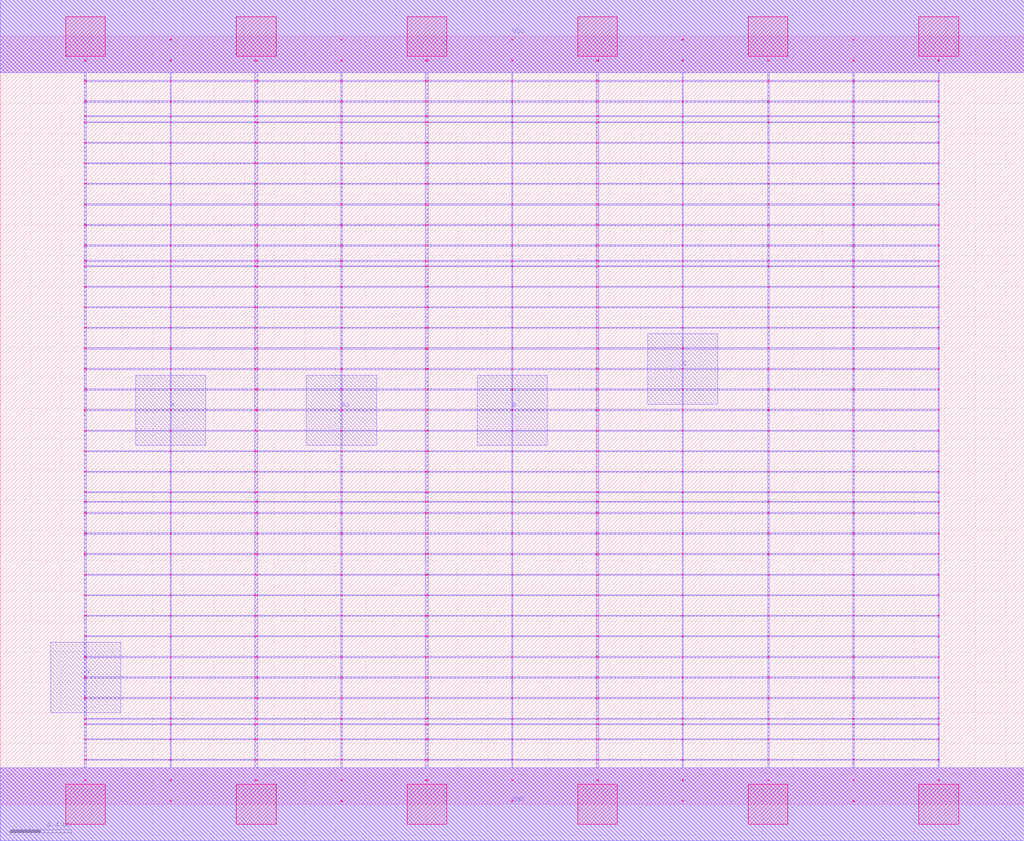
<source format=lef>
MACRO AOAI211_DEBUG
 CLASS CORE ;
 FOREIGN AOAI211_DEBUG 0 0 ;
 SIZE 6.72 BY 5.04 ;
 ORIGIN 0 0 ;
 SYMMETRY X Y R90 ;
 SITE unit ;
  PIN VDD
   DIRECTION INOUT ;
   USE SIGNAL ;
   SHAPE ABUTMENT ;
    PORT
     CLASS CORE ;
       LAYER met1 ;
        RECT 0.00000000 4.80000000 6.72000000 5.28000000 ;
       LAYER met2 ;
        RECT 0.00000000 4.80000000 6.72000000 5.28000000 ;
    END
  END VDD

  PIN GND
   DIRECTION INOUT ;
   USE SIGNAL ;
   SHAPE ABUTMENT ;
    PORT
     CLASS CORE ;
       LAYER met1 ;
        RECT 0.00000000 -0.24000000 6.72000000 0.24000000 ;
       LAYER met2 ;
        RECT 0.00000000 -0.24000000 6.72000000 0.24000000 ;
    END
  END GND

  PIN Y
   DIRECTION INOUT ;
   USE SIGNAL ;
   SHAPE ABUTMENT ;
    PORT
     CLASS CORE ;
       LAYER met2 ;
        RECT 0.33000000 0.60200000 0.79000000 1.06200000 ;
    END
  END Y

  PIN A1
   DIRECTION INOUT ;
   USE SIGNAL ;
   SHAPE ABUTMENT ;
    PORT
     CLASS CORE ;
       LAYER met2 ;
        RECT 2.01000000 2.35700000 2.47000000 2.81700000 ;
    END
  END A1

  PIN C
   DIRECTION INOUT ;
   USE SIGNAL ;
   SHAPE ABUTMENT ;
    PORT
     CLASS CORE ;
       LAYER met2 ;
        RECT 4.25000000 2.62700000 4.71000000 3.08700000 ;
    END
  END C

  PIN B
   DIRECTION INOUT ;
   USE SIGNAL ;
   SHAPE ABUTMENT ;
    PORT
     CLASS CORE ;
       LAYER met2 ;
        RECT 3.13000000 2.35700000 3.59000000 2.81700000 ;
    END
  END B

  PIN A
   DIRECTION INOUT ;
   USE SIGNAL ;
   SHAPE ABUTMENT ;
    PORT
     CLASS CORE ;
       LAYER met2 ;
        RECT 0.89000000 2.35700000 1.35000000 2.81700000 ;
    END
  END A

 OBS
    LAYER polycont ;
     RECT 4.47600000 0.15300000 4.48400000 0.16100000 ;
     RECT 4.47600000 0.28800000 4.48400000 0.29600000 ;
     RECT 4.47600000 0.42300000 4.48400000 0.43100000 ;
     RECT 4.47600000 0.52100000 4.48400000 0.52900000 ;
     RECT 4.47600000 0.55800000 4.48400000 0.56600000 ;
     RECT 4.47600000 0.69300000 4.48400000 0.70100000 ;
     RECT 4.47600000 0.82800000 4.48400000 0.83600000 ;
     RECT 4.47600000 0.96300000 4.48400000 0.97100000 ;
     RECT 4.47600000 1.09800000 4.48400000 1.10600000 ;
     RECT 4.47600000 1.23300000 4.48400000 1.24100000 ;
     RECT 4.47600000 1.36800000 4.48400000 1.37600000 ;
     RECT 4.47600000 1.50300000 4.48400000 1.51100000 ;
     RECT 4.47600000 1.63800000 4.48400000 1.64600000 ;
     RECT 4.47600000 1.77300000 4.48400000 1.78100000 ;
     RECT 4.47600000 1.90800000 4.48400000 1.91600000 ;
     RECT 4.47600000 1.98100000 4.48400000 1.98900000 ;
     RECT 4.47600000 2.04300000 4.48400000 2.05100000 ;
     RECT 4.47600000 2.17800000 4.48400000 2.18600000 ;
     RECT 4.47600000 2.31300000 4.48400000 2.32100000 ;
     RECT 4.47600000 2.44800000 4.48400000 2.45600000 ;
     RECT 0.55100000 2.58300000 0.56400000 2.59100000 ;
     RECT 1.11600000 2.58300000 1.12400000 2.59100000 ;
     RECT 1.67100000 2.58300000 1.68900000 2.59100000 ;
     RECT 2.23600000 2.58300000 2.24400000 2.59100000 ;
     RECT 2.79100000 2.58300000 2.80900000 2.59100000 ;
     RECT 3.35600000 2.58300000 3.36400000 2.59100000 ;
     RECT 3.91100000 2.58300000 3.92900000 2.59100000 ;
     RECT 4.47600000 2.58300000 4.48400000 2.59100000 ;
     RECT 5.03600000 2.58300000 5.04900000 2.59100000 ;
     RECT 5.59600000 2.58300000 5.60400000 2.59100000 ;
     RECT 6.15600000 2.58300000 6.16400000 2.59100000 ;
     RECT 0.55100000 2.71800000 0.56400000 2.72600000 ;
     RECT 1.11600000 2.71800000 1.12400000 2.72600000 ;
     RECT 1.67100000 2.71800000 1.68900000 2.72600000 ;
     RECT 2.23600000 2.71800000 2.24400000 2.72600000 ;
     RECT 2.79100000 2.71800000 2.80900000 2.72600000 ;
     RECT 3.35600000 2.71800000 3.36400000 2.72600000 ;
     RECT 3.91100000 2.71800000 3.92900000 2.72600000 ;
     RECT 4.47600000 2.71800000 4.48400000 2.72600000 ;
     RECT 5.03600000 2.71800000 5.04900000 2.72600000 ;
     RECT 5.59600000 2.71800000 5.60400000 2.72600000 ;
     RECT 6.15600000 2.71800000 6.16400000 2.72600000 ;
     RECT 0.55100000 2.85300000 0.56400000 2.86100000 ;
     RECT 1.11600000 2.85300000 1.12400000 2.86100000 ;
     RECT 1.67100000 2.85300000 1.68900000 2.86100000 ;
     RECT 2.23600000 2.85300000 2.24400000 2.86100000 ;
     RECT 2.79100000 2.85300000 2.80900000 2.86100000 ;
     RECT 3.35600000 2.85300000 3.36400000 2.86100000 ;
     RECT 3.91100000 2.85300000 3.92900000 2.86100000 ;
     RECT 4.47600000 2.85300000 4.48400000 2.86100000 ;
     RECT 5.03600000 2.85300000 5.04900000 2.86100000 ;
     RECT 5.59600000 2.85300000 5.60400000 2.86100000 ;
     RECT 6.15600000 2.85300000 6.16400000 2.86100000 ;
     RECT 0.55100000 2.98800000 0.56400000 2.99600000 ;
     RECT 1.11600000 2.98800000 1.12400000 2.99600000 ;
     RECT 1.67100000 2.98800000 1.68900000 2.99600000 ;
     RECT 2.23600000 2.98800000 2.24400000 2.99600000 ;
     RECT 2.79100000 2.98800000 2.80900000 2.99600000 ;
     RECT 3.35600000 2.98800000 3.36400000 2.99600000 ;
     RECT 3.91100000 2.98800000 3.92900000 2.99600000 ;
     RECT 4.47600000 2.98800000 4.48400000 2.99600000 ;
     RECT 5.03600000 2.98800000 5.04900000 2.99600000 ;
     RECT 5.59600000 2.98800000 5.60400000 2.99600000 ;
     RECT 6.15600000 2.98800000 6.16400000 2.99600000 ;
     RECT 5.59600000 3.12300000 5.60400000 3.13100000 ;
     RECT 6.15600000 3.12300000 6.16400000 3.13100000 ;
     RECT 5.59600000 3.25800000 5.60400000 3.26600000 ;
     RECT 6.15600000 3.25800000 6.16400000 3.26600000 ;
     RECT 5.59600000 3.39300000 5.60400000 3.40100000 ;
     RECT 6.15600000 3.39300000 6.16400000 3.40100000 ;
     RECT 5.59600000 3.52800000 5.60400000 3.53600000 ;
     RECT 6.15600000 3.52800000 6.16400000 3.53600000 ;
     RECT 5.59600000 3.56100000 5.60400000 3.56900000 ;
     RECT 6.15600000 3.56100000 6.16400000 3.56900000 ;
     RECT 5.59600000 3.66300000 5.60400000 3.67100000 ;
     RECT 6.15600000 3.66300000 6.16400000 3.67100000 ;
     RECT 5.59600000 3.79800000 5.60400000 3.80600000 ;
     RECT 6.15600000 3.79800000 6.16400000 3.80600000 ;
     RECT 5.59600000 3.93300000 5.60400000 3.94100000 ;
     RECT 6.15600000 3.93300000 6.16400000 3.94100000 ;
     RECT 5.59600000 4.06800000 5.60400000 4.07600000 ;
     RECT 6.15600000 4.06800000 6.16400000 4.07600000 ;
     RECT 5.59600000 4.20300000 5.60400000 4.21100000 ;
     RECT 6.15600000 4.20300000 6.16400000 4.21100000 ;
     RECT 5.59600000 4.33800000 5.60400000 4.34600000 ;
     RECT 6.15600000 4.33800000 6.16400000 4.34600000 ;
     RECT 5.59600000 4.47300000 5.60400000 4.48100000 ;
     RECT 6.15600000 4.47300000 6.16400000 4.48100000 ;
     RECT 5.59600000 4.51100000 5.60400000 4.51900000 ;
     RECT 6.15600000 4.51100000 6.16400000 4.51900000 ;
     RECT 5.59600000 4.60800000 5.60400000 4.61600000 ;
     RECT 6.15600000 4.60800000 6.16400000 4.61600000 ;
     RECT 5.59600000 4.74300000 5.60400000 4.75100000 ;
     RECT 6.15600000 4.74300000 6.16400000 4.75100000 ;
     RECT 5.59600000 4.87800000 5.60400000 4.88600000 ;
     RECT 6.15600000 4.87800000 6.16400000 4.88600000 ;

    LAYER pdiffc ;
     RECT 0.55100000 3.39300000 0.55900000 3.40100000 ;
     RECT 5.04100000 3.39300000 5.04900000 3.40100000 ;
     RECT 0.55100000 3.52800000 0.55900000 3.53600000 ;
     RECT 5.04100000 3.52800000 5.04900000 3.53600000 ;
     RECT 0.55100000 3.56100000 0.55900000 3.56900000 ;
     RECT 5.04100000 3.56100000 5.04900000 3.56900000 ;
     RECT 0.55100000 3.66300000 0.55900000 3.67100000 ;
     RECT 5.04100000 3.66300000 5.04900000 3.67100000 ;
     RECT 0.55100000 3.79800000 0.55900000 3.80600000 ;
     RECT 5.04100000 3.79800000 5.04900000 3.80600000 ;
     RECT 0.55100000 3.93300000 0.55900000 3.94100000 ;
     RECT 5.04100000 3.93300000 5.04900000 3.94100000 ;
     RECT 0.55100000 4.06800000 0.55900000 4.07600000 ;
     RECT 5.04100000 4.06800000 5.04900000 4.07600000 ;
     RECT 0.55100000 4.20300000 0.55900000 4.21100000 ;
     RECT 5.04100000 4.20300000 5.04900000 4.21100000 ;
     RECT 0.55100000 4.33800000 0.55900000 4.34600000 ;
     RECT 5.04100000 4.33800000 5.04900000 4.34600000 ;
     RECT 0.55100000 4.47300000 0.55900000 4.48100000 ;
     RECT 5.04100000 4.47300000 5.04900000 4.48100000 ;
     RECT 0.55100000 4.51100000 0.55900000 4.51900000 ;
     RECT 5.04100000 4.51100000 5.04900000 4.51900000 ;
     RECT 0.55100000 4.60800000 0.55900000 4.61600000 ;
     RECT 5.04100000 4.60800000 5.04900000 4.61600000 ;

    LAYER ndiffc ;
     RECT 0.55100000 0.42300000 0.56400000 0.43100000 ;
     RECT 1.67100000 0.42300000 1.68900000 0.43100000 ;
     RECT 2.79100000 0.42300000 2.80900000 0.43100000 ;
     RECT 3.91100000 0.42300000 3.92900000 0.43100000 ;
     RECT 5.03600000 0.42300000 5.04900000 0.43100000 ;
     RECT 6.15600000 0.42300000 6.16400000 0.43100000 ;
     RECT 0.55100000 0.52100000 0.56400000 0.52900000 ;
     RECT 1.67100000 0.52100000 1.68900000 0.52900000 ;
     RECT 2.79100000 0.52100000 2.80900000 0.52900000 ;
     RECT 3.91100000 0.52100000 3.92900000 0.52900000 ;
     RECT 5.03600000 0.52100000 5.04900000 0.52900000 ;
     RECT 6.15600000 0.52100000 6.16400000 0.52900000 ;
     RECT 0.55100000 0.55800000 0.56400000 0.56600000 ;
     RECT 1.67100000 0.55800000 1.68900000 0.56600000 ;
     RECT 2.79100000 0.55800000 2.80900000 0.56600000 ;
     RECT 3.91100000 0.55800000 3.92900000 0.56600000 ;
     RECT 5.03600000 0.55800000 5.04900000 0.56600000 ;
     RECT 6.15600000 0.55800000 6.16400000 0.56600000 ;
     RECT 0.55100000 0.69300000 0.56400000 0.70100000 ;
     RECT 1.67100000 0.69300000 1.68900000 0.70100000 ;
     RECT 2.79100000 0.69300000 2.80900000 0.70100000 ;
     RECT 3.91100000 0.69300000 3.92900000 0.70100000 ;
     RECT 5.03600000 0.69300000 5.04900000 0.70100000 ;
     RECT 6.15600000 0.69300000 6.16400000 0.70100000 ;
     RECT 0.55100000 0.82800000 0.56400000 0.83600000 ;
     RECT 1.67100000 0.82800000 1.68900000 0.83600000 ;
     RECT 2.79100000 0.82800000 2.80900000 0.83600000 ;
     RECT 3.91100000 0.82800000 3.92900000 0.83600000 ;
     RECT 5.03600000 0.82800000 5.04900000 0.83600000 ;
     RECT 6.15600000 0.82800000 6.16400000 0.83600000 ;
     RECT 0.55100000 0.96300000 0.56400000 0.97100000 ;
     RECT 1.67100000 0.96300000 1.68900000 0.97100000 ;
     RECT 2.79100000 0.96300000 2.80900000 0.97100000 ;
     RECT 3.91100000 0.96300000 3.92900000 0.97100000 ;
     RECT 5.03600000 0.96300000 5.04900000 0.97100000 ;
     RECT 6.15600000 0.96300000 6.16400000 0.97100000 ;
     RECT 0.55100000 1.09800000 0.56400000 1.10600000 ;
     RECT 1.67100000 1.09800000 1.68900000 1.10600000 ;
     RECT 2.79100000 1.09800000 2.80900000 1.10600000 ;
     RECT 3.91100000 1.09800000 3.92900000 1.10600000 ;
     RECT 5.03600000 1.09800000 5.04900000 1.10600000 ;
     RECT 6.15600000 1.09800000 6.16400000 1.10600000 ;
     RECT 0.55100000 1.23300000 0.56400000 1.24100000 ;
     RECT 1.67100000 1.23300000 1.68900000 1.24100000 ;
     RECT 2.79100000 1.23300000 2.80900000 1.24100000 ;
     RECT 3.91100000 1.23300000 3.92900000 1.24100000 ;
     RECT 5.03600000 1.23300000 5.04900000 1.24100000 ;
     RECT 6.15600000 1.23300000 6.16400000 1.24100000 ;
     RECT 0.55100000 1.36800000 0.56400000 1.37600000 ;
     RECT 1.67100000 1.36800000 1.68900000 1.37600000 ;
     RECT 2.79100000 1.36800000 2.80900000 1.37600000 ;
     RECT 3.91100000 1.36800000 3.92900000 1.37600000 ;
     RECT 5.03600000 1.36800000 5.04900000 1.37600000 ;
     RECT 6.15600000 1.36800000 6.16400000 1.37600000 ;
     RECT 0.55100000 1.50300000 0.56400000 1.51100000 ;
     RECT 1.67100000 1.50300000 1.68900000 1.51100000 ;
     RECT 2.79100000 1.50300000 2.80900000 1.51100000 ;
     RECT 3.91100000 1.50300000 3.92900000 1.51100000 ;
     RECT 5.03600000 1.50300000 5.04900000 1.51100000 ;
     RECT 6.15600000 1.50300000 6.16400000 1.51100000 ;
     RECT 0.55100000 1.63800000 0.56400000 1.64600000 ;
     RECT 1.67100000 1.63800000 1.68900000 1.64600000 ;
     RECT 2.79100000 1.63800000 2.80900000 1.64600000 ;
     RECT 3.91100000 1.63800000 3.92900000 1.64600000 ;
     RECT 5.03600000 1.63800000 5.04900000 1.64600000 ;
     RECT 6.15600000 1.63800000 6.16400000 1.64600000 ;
     RECT 0.55100000 1.77300000 0.56400000 1.78100000 ;
     RECT 1.67100000 1.77300000 1.68900000 1.78100000 ;
     RECT 2.79100000 1.77300000 2.80900000 1.78100000 ;
     RECT 3.91100000 1.77300000 3.92900000 1.78100000 ;
     RECT 5.03600000 1.77300000 5.04900000 1.78100000 ;
     RECT 6.15600000 1.77300000 6.16400000 1.78100000 ;
     RECT 0.55100000 1.90800000 0.56400000 1.91600000 ;
     RECT 1.67100000 1.90800000 1.68900000 1.91600000 ;
     RECT 2.79100000 1.90800000 2.80900000 1.91600000 ;
     RECT 3.91100000 1.90800000 3.92900000 1.91600000 ;
     RECT 5.03600000 1.90800000 5.04900000 1.91600000 ;
     RECT 6.15600000 1.90800000 6.16400000 1.91600000 ;
     RECT 0.55100000 1.98100000 0.56400000 1.98900000 ;
     RECT 1.67100000 1.98100000 1.68900000 1.98900000 ;
     RECT 2.79100000 1.98100000 2.80900000 1.98900000 ;
     RECT 3.91100000 1.98100000 3.92900000 1.98900000 ;
     RECT 5.03600000 1.98100000 5.04900000 1.98900000 ;
     RECT 6.15600000 1.98100000 6.16400000 1.98900000 ;
     RECT 0.55100000 2.04300000 0.56400000 2.05100000 ;
     RECT 1.67100000 2.04300000 1.68900000 2.05100000 ;
     RECT 2.79100000 2.04300000 2.80900000 2.05100000 ;
     RECT 3.91100000 2.04300000 3.92900000 2.05100000 ;
     RECT 5.03600000 2.04300000 5.04900000 2.05100000 ;
     RECT 6.15600000 2.04300000 6.16400000 2.05100000 ;

    LAYER met1 ;
     RECT 0.00000000 -0.24000000 6.72000000 0.24000000 ;
     RECT 3.35600000 0.24000000 3.36400000 0.28800000 ;
     RECT 0.55100000 0.28800000 6.16400000 0.29600000 ;
     RECT 3.35600000 0.29600000 3.36400000 0.42300000 ;
     RECT 0.55100000 0.42300000 6.16400000 0.43100000 ;
     RECT 3.35600000 0.43100000 3.36400000 0.52100000 ;
     RECT 0.55100000 0.52100000 6.16400000 0.52900000 ;
     RECT 3.35600000 0.52900000 3.36400000 0.55800000 ;
     RECT 0.55100000 0.55800000 6.16400000 0.56600000 ;
     RECT 3.35600000 0.56600000 3.36400000 0.69300000 ;
     RECT 0.55100000 0.69300000 6.16400000 0.70100000 ;
     RECT 3.35600000 0.70100000 3.36400000 0.82800000 ;
     RECT 0.55100000 0.82800000 6.16400000 0.83600000 ;
     RECT 3.35600000 0.83600000 3.36400000 0.96300000 ;
     RECT 0.55100000 0.96300000 6.16400000 0.97100000 ;
     RECT 3.35600000 0.97100000 3.36400000 1.09800000 ;
     RECT 0.55100000 1.09800000 6.16400000 1.10600000 ;
     RECT 3.35600000 1.10600000 3.36400000 1.23300000 ;
     RECT 0.55100000 1.23300000 6.16400000 1.24100000 ;
     RECT 3.35600000 1.24100000 3.36400000 1.36800000 ;
     RECT 0.55100000 1.36800000 6.16400000 1.37600000 ;
     RECT 3.35600000 1.37600000 3.36400000 1.50300000 ;
     RECT 0.55100000 1.50300000 6.16400000 1.51100000 ;
     RECT 3.35600000 1.51100000 3.36400000 1.63800000 ;
     RECT 0.55100000 1.63800000 6.16400000 1.64600000 ;
     RECT 3.35600000 1.64600000 3.36400000 1.77300000 ;
     RECT 0.55100000 1.77300000 6.16400000 1.78100000 ;
     RECT 3.35600000 1.78100000 3.36400000 1.90800000 ;
     RECT 0.55100000 1.90800000 6.16400000 1.91600000 ;
     RECT 3.35600000 1.91600000 3.36400000 1.98100000 ;
     RECT 0.55100000 1.98100000 6.16400000 1.98900000 ;
     RECT 3.35600000 1.98900000 3.36400000 2.04300000 ;
     RECT 0.55100000 2.04300000 6.16400000 2.05100000 ;
     RECT 3.35600000 2.05100000 3.36400000 2.17800000 ;
     RECT 0.55100000 2.17800000 6.16400000 2.18600000 ;
     RECT 3.35600000 2.18600000 3.36400000 2.31300000 ;
     RECT 0.55100000 2.31300000 6.16400000 2.32100000 ;
     RECT 3.35600000 2.32100000 3.36400000 2.44800000 ;
     RECT 0.55100000 2.44800000 6.16400000 2.45600000 ;
     RECT 0.55100000 2.45600000 0.56400000 2.58300000 ;
     RECT 1.11600000 2.45600000 1.12400000 2.58300000 ;
     RECT 1.67100000 2.45600000 1.68900000 2.58300000 ;
     RECT 2.23600000 2.45600000 2.24400000 2.58300000 ;
     RECT 2.79100000 2.45600000 2.80900000 2.58300000 ;
     RECT 3.35600000 2.45600000 3.36400000 2.58300000 ;
     RECT 3.91100000 2.45600000 3.92900000 2.58300000 ;
     RECT 4.47600000 2.45600000 4.48400000 2.58300000 ;
     RECT 5.03600000 2.45600000 5.04900000 2.58300000 ;
     RECT 5.59600000 2.45600000 5.60400000 2.58300000 ;
     RECT 6.15600000 2.45600000 6.16400000 2.58300000 ;
     RECT 0.55100000 2.58300000 6.16400000 2.59100000 ;
     RECT 3.35600000 2.59100000 3.36400000 2.71800000 ;
     RECT 0.55100000 2.71800000 6.16400000 2.72600000 ;
     RECT 3.35600000 2.72600000 3.36400000 2.85300000 ;
     RECT 0.55100000 2.85300000 6.16400000 2.86100000 ;
     RECT 3.35600000 2.86100000 3.36400000 2.98800000 ;
     RECT 0.55100000 2.98800000 6.16400000 2.99600000 ;
     RECT 3.35600000 2.99600000 3.36400000 3.12300000 ;
     RECT 0.55100000 3.12300000 6.16400000 3.13100000 ;
     RECT 3.35600000 3.13100000 3.36400000 3.25800000 ;
     RECT 0.55100000 3.25800000 6.16400000 3.26600000 ;
     RECT 3.35600000 3.26600000 3.36400000 3.39300000 ;
     RECT 0.55100000 3.39300000 6.16400000 3.40100000 ;
     RECT 3.35600000 3.40100000 3.36400000 3.52800000 ;
     RECT 0.55100000 3.52800000 6.16400000 3.53600000 ;
     RECT 3.35600000 3.53600000 3.36400000 3.56100000 ;
     RECT 0.55100000 3.56100000 6.16400000 3.56900000 ;
     RECT 3.35600000 3.56900000 3.36400000 3.66300000 ;
     RECT 0.55100000 3.66300000 6.16400000 3.67100000 ;
     RECT 3.35600000 3.67100000 3.36400000 3.79800000 ;
     RECT 0.55100000 3.79800000 6.16400000 3.80600000 ;
     RECT 3.35600000 3.80600000 3.36400000 3.93300000 ;
     RECT 0.55100000 3.93300000 6.16400000 3.94100000 ;
     RECT 3.35600000 3.94100000 3.36400000 4.06800000 ;
     RECT 0.55100000 4.06800000 6.16400000 4.07600000 ;
     RECT 3.35600000 4.07600000 3.36400000 4.20300000 ;
     RECT 0.55100000 4.20300000 6.16400000 4.21100000 ;
     RECT 3.35600000 4.21100000 3.36400000 4.33800000 ;
     RECT 0.55100000 4.33800000 6.16400000 4.34600000 ;
     RECT 3.35600000 4.34600000 3.36400000 4.47300000 ;
     RECT 0.55100000 4.47300000 6.16400000 4.48100000 ;
     RECT 3.35600000 4.48100000 3.36400000 4.51100000 ;
     RECT 0.55100000 4.51100000 6.16400000 4.51900000 ;
     RECT 3.35600000 4.51900000 3.36400000 4.60800000 ;
     RECT 0.55100000 4.60800000 6.16400000 4.61600000 ;
     RECT 3.35600000 4.61600000 3.36400000 4.74300000 ;
     RECT 0.55100000 4.74300000 6.16400000 4.75100000 ;
     RECT 3.35600000 4.75100000 3.36400000 4.80000000 ;
     RECT 0.00000000 4.80000000 6.72000000 5.28000000 ;
     RECT 5.03600000 3.26600000 5.04900000 3.39300000 ;
     RECT 5.59600000 3.26600000 5.60400000 3.39300000 ;
     RECT 6.15600000 3.26600000 6.16400000 3.39300000 ;
     RECT 5.59600000 2.72600000 5.60400000 2.85300000 ;
     RECT 6.15600000 2.72600000 6.16400000 2.85300000 ;
     RECT 3.91100000 3.40100000 3.92900000 3.52800000 ;
     RECT 4.47600000 3.40100000 4.48400000 3.52800000 ;
     RECT 5.03600000 3.40100000 5.04900000 3.52800000 ;
     RECT 5.59600000 3.40100000 5.60400000 3.52800000 ;
     RECT 6.15600000 3.40100000 6.16400000 3.52800000 ;
     RECT 5.03600000 2.59100000 5.04900000 2.71800000 ;
     RECT 5.59600000 2.59100000 5.60400000 2.71800000 ;
     RECT 3.91100000 3.53600000 3.92900000 3.56100000 ;
     RECT 4.47600000 3.53600000 4.48400000 3.56100000 ;
     RECT 5.03600000 3.53600000 5.04900000 3.56100000 ;
     RECT 5.59600000 3.53600000 5.60400000 3.56100000 ;
     RECT 6.15600000 3.53600000 6.16400000 3.56100000 ;
     RECT 3.91100000 2.86100000 3.92900000 2.98800000 ;
     RECT 4.47600000 2.86100000 4.48400000 2.98800000 ;
     RECT 3.91100000 3.56900000 3.92900000 3.66300000 ;
     RECT 4.47600000 3.56900000 4.48400000 3.66300000 ;
     RECT 5.03600000 3.56900000 5.04900000 3.66300000 ;
     RECT 5.59600000 3.56900000 5.60400000 3.66300000 ;
     RECT 6.15600000 3.56900000 6.16400000 3.66300000 ;
     RECT 5.03600000 2.86100000 5.04900000 2.98800000 ;
     RECT 5.59600000 2.86100000 5.60400000 2.98800000 ;
     RECT 3.91100000 3.67100000 3.92900000 3.79800000 ;
     RECT 4.47600000 3.67100000 4.48400000 3.79800000 ;
     RECT 5.03600000 3.67100000 5.04900000 3.79800000 ;
     RECT 5.59600000 3.67100000 5.60400000 3.79800000 ;
     RECT 6.15600000 3.67100000 6.16400000 3.79800000 ;
     RECT 6.15600000 2.86100000 6.16400000 2.98800000 ;
     RECT 6.15600000 2.59100000 6.16400000 2.71800000 ;
     RECT 3.91100000 3.80600000 3.92900000 3.93300000 ;
     RECT 4.47600000 3.80600000 4.48400000 3.93300000 ;
     RECT 5.03600000 3.80600000 5.04900000 3.93300000 ;
     RECT 5.59600000 3.80600000 5.60400000 3.93300000 ;
     RECT 6.15600000 3.80600000 6.16400000 3.93300000 ;
     RECT 3.91100000 2.59100000 3.92900000 2.71800000 ;
     RECT 3.91100000 2.99600000 3.92900000 3.12300000 ;
     RECT 3.91100000 3.94100000 3.92900000 4.06800000 ;
     RECT 4.47600000 3.94100000 4.48400000 4.06800000 ;
     RECT 5.03600000 3.94100000 5.04900000 4.06800000 ;
     RECT 5.59600000 3.94100000 5.60400000 4.06800000 ;
     RECT 6.15600000 3.94100000 6.16400000 4.06800000 ;
     RECT 4.47600000 2.99600000 4.48400000 3.12300000 ;
     RECT 5.03600000 2.99600000 5.04900000 3.12300000 ;
     RECT 3.91100000 4.07600000 3.92900000 4.20300000 ;
     RECT 4.47600000 4.07600000 4.48400000 4.20300000 ;
     RECT 5.03600000 4.07600000 5.04900000 4.20300000 ;
     RECT 5.59600000 4.07600000 5.60400000 4.20300000 ;
     RECT 6.15600000 4.07600000 6.16400000 4.20300000 ;
     RECT 5.59600000 2.99600000 5.60400000 3.12300000 ;
     RECT 6.15600000 2.99600000 6.16400000 3.12300000 ;
     RECT 3.91100000 4.21100000 3.92900000 4.33800000 ;
     RECT 4.47600000 4.21100000 4.48400000 4.33800000 ;
     RECT 5.03600000 4.21100000 5.04900000 4.33800000 ;
     RECT 5.59600000 4.21100000 5.60400000 4.33800000 ;
     RECT 6.15600000 4.21100000 6.16400000 4.33800000 ;
     RECT 4.47600000 2.59100000 4.48400000 2.71800000 ;
     RECT 3.91100000 2.72600000 3.92900000 2.85300000 ;
     RECT 3.91100000 4.34600000 3.92900000 4.47300000 ;
     RECT 4.47600000 4.34600000 4.48400000 4.47300000 ;
     RECT 5.03600000 4.34600000 5.04900000 4.47300000 ;
     RECT 5.59600000 4.34600000 5.60400000 4.47300000 ;
     RECT 6.15600000 4.34600000 6.16400000 4.47300000 ;
     RECT 3.91100000 3.13100000 3.92900000 3.25800000 ;
     RECT 4.47600000 3.13100000 4.48400000 3.25800000 ;
     RECT 3.91100000 4.48100000 3.92900000 4.51100000 ;
     RECT 4.47600000 4.48100000 4.48400000 4.51100000 ;
     RECT 5.03600000 4.48100000 5.04900000 4.51100000 ;
     RECT 5.59600000 4.48100000 5.60400000 4.51100000 ;
     RECT 6.15600000 4.48100000 6.16400000 4.51100000 ;
     RECT 5.03600000 3.13100000 5.04900000 3.25800000 ;
     RECT 5.59600000 3.13100000 5.60400000 3.25800000 ;
     RECT 3.91100000 4.51900000 3.92900000 4.60800000 ;
     RECT 4.47600000 4.51900000 4.48400000 4.60800000 ;
     RECT 5.03600000 4.51900000 5.04900000 4.60800000 ;
     RECT 5.59600000 4.51900000 5.60400000 4.60800000 ;
     RECT 6.15600000 4.51900000 6.16400000 4.60800000 ;
     RECT 6.15600000 3.13100000 6.16400000 3.25800000 ;
     RECT 4.47600000 2.72600000 4.48400000 2.85300000 ;
     RECT 3.91100000 4.61600000 3.92900000 4.74300000 ;
     RECT 4.47600000 4.61600000 4.48400000 4.74300000 ;
     RECT 5.03600000 4.61600000 5.04900000 4.74300000 ;
     RECT 5.59600000 4.61600000 5.60400000 4.74300000 ;
     RECT 6.15600000 4.61600000 6.16400000 4.74300000 ;
     RECT 5.03600000 2.72600000 5.04900000 2.85300000 ;
     RECT 3.91100000 3.26600000 3.92900000 3.39300000 ;
     RECT 3.91100000 4.75100000 3.92900000 4.80000000 ;
     RECT 4.47600000 4.75100000 4.48400000 4.80000000 ;
     RECT 5.03600000 4.75100000 5.04900000 4.80000000 ;
     RECT 5.59600000 4.75100000 5.60400000 4.80000000 ;
     RECT 6.15600000 4.75100000 6.16400000 4.80000000 ;
     RECT 4.47600000 3.26600000 4.48400000 3.39300000 ;
     RECT 1.11600000 3.94100000 1.12400000 4.06800000 ;
     RECT 1.67100000 3.94100000 1.68900000 4.06800000 ;
     RECT 2.23600000 3.94100000 2.24400000 4.06800000 ;
     RECT 2.79100000 3.94100000 2.80900000 4.06800000 ;
     RECT 0.55100000 2.72600000 0.56400000 2.85300000 ;
     RECT 1.11600000 2.72600000 1.12400000 2.85300000 ;
     RECT 0.55100000 2.86100000 0.56400000 2.98800000 ;
     RECT 1.11600000 2.86100000 1.12400000 2.98800000 ;
     RECT 1.67100000 2.86100000 1.68900000 2.98800000 ;
     RECT 2.23600000 2.86100000 2.24400000 2.98800000 ;
     RECT 0.55100000 3.13100000 0.56400000 3.25800000 ;
     RECT 0.55100000 4.07600000 0.56400000 4.20300000 ;
     RECT 1.11600000 4.07600000 1.12400000 4.20300000 ;
     RECT 1.67100000 4.07600000 1.68900000 4.20300000 ;
     RECT 2.23600000 4.07600000 2.24400000 4.20300000 ;
     RECT 2.79100000 4.07600000 2.80900000 4.20300000 ;
     RECT 0.55100000 3.53600000 0.56400000 3.56100000 ;
     RECT 1.11600000 3.53600000 1.12400000 3.56100000 ;
     RECT 1.67100000 3.53600000 1.68900000 3.56100000 ;
     RECT 2.23600000 3.53600000 2.24400000 3.56100000 ;
     RECT 2.79100000 3.53600000 2.80900000 3.56100000 ;
     RECT 1.11600000 3.13100000 1.12400000 3.25800000 ;
     RECT 1.67100000 3.13100000 1.68900000 3.25800000 ;
     RECT 0.55100000 4.21100000 0.56400000 4.33800000 ;
     RECT 1.11600000 4.21100000 1.12400000 4.33800000 ;
     RECT 1.67100000 4.21100000 1.68900000 4.33800000 ;
     RECT 2.23600000 4.21100000 2.24400000 4.33800000 ;
     RECT 2.79100000 4.21100000 2.80900000 4.33800000 ;
     RECT 2.23600000 3.13100000 2.24400000 3.25800000 ;
     RECT 2.79100000 3.13100000 2.80900000 3.25800000 ;
     RECT 2.79100000 2.86100000 2.80900000 2.98800000 ;
     RECT 1.67100000 2.72600000 1.68900000 2.85300000 ;
     RECT 2.23600000 2.72600000 2.24400000 2.85300000 ;
     RECT 0.55100000 3.56900000 0.56400000 3.66300000 ;
     RECT 1.11600000 3.56900000 1.12400000 3.66300000 ;
     RECT 0.55100000 4.34600000 0.56400000 4.47300000 ;
     RECT 1.11600000 4.34600000 1.12400000 4.47300000 ;
     RECT 1.67100000 4.34600000 1.68900000 4.47300000 ;
     RECT 2.23600000 4.34600000 2.24400000 4.47300000 ;
     RECT 2.79100000 4.34600000 2.80900000 4.47300000 ;
     RECT 1.67100000 3.56900000 1.68900000 3.66300000 ;
     RECT 2.23600000 3.56900000 2.24400000 3.66300000 ;
     RECT 2.79100000 3.56900000 2.80900000 3.66300000 ;
     RECT 2.79100000 2.72600000 2.80900000 2.85300000 ;
     RECT 1.67100000 2.59100000 1.68900000 2.71800000 ;
     RECT 2.23600000 2.59100000 2.24400000 2.71800000 ;
     RECT 2.79100000 2.59100000 2.80900000 2.71800000 ;
     RECT 0.55100000 4.48100000 0.56400000 4.51100000 ;
     RECT 1.11600000 4.48100000 1.12400000 4.51100000 ;
     RECT 1.67100000 4.48100000 1.68900000 4.51100000 ;
     RECT 2.23600000 4.48100000 2.24400000 4.51100000 ;
     RECT 2.79100000 4.48100000 2.80900000 4.51100000 ;
     RECT 0.55100000 3.26600000 0.56400000 3.39300000 ;
     RECT 1.11600000 3.26600000 1.12400000 3.39300000 ;
     RECT 1.67100000 3.26600000 1.68900000 3.39300000 ;
     RECT 0.55100000 3.67100000 0.56400000 3.79800000 ;
     RECT 1.11600000 3.67100000 1.12400000 3.79800000 ;
     RECT 1.67100000 3.67100000 1.68900000 3.79800000 ;
     RECT 2.23600000 3.67100000 2.24400000 3.79800000 ;
     RECT 0.55100000 4.51900000 0.56400000 4.60800000 ;
     RECT 1.11600000 4.51900000 1.12400000 4.60800000 ;
     RECT 1.67100000 4.51900000 1.68900000 4.60800000 ;
     RECT 2.23600000 4.51900000 2.24400000 4.60800000 ;
     RECT 2.79100000 4.51900000 2.80900000 4.60800000 ;
     RECT 2.79100000 3.67100000 2.80900000 3.79800000 ;
     RECT 2.23600000 3.26600000 2.24400000 3.39300000 ;
     RECT 2.79100000 3.26600000 2.80900000 3.39300000 ;
     RECT 0.55100000 2.59100000 0.56400000 2.71800000 ;
     RECT 0.55100000 2.99600000 0.56400000 3.12300000 ;
     RECT 1.11600000 2.99600000 1.12400000 3.12300000 ;
     RECT 1.67100000 2.99600000 1.68900000 3.12300000 ;
     RECT 0.55100000 4.61600000 0.56400000 4.74300000 ;
     RECT 1.11600000 4.61600000 1.12400000 4.74300000 ;
     RECT 1.67100000 4.61600000 1.68900000 4.74300000 ;
     RECT 2.23600000 4.61600000 2.24400000 4.74300000 ;
     RECT 2.79100000 4.61600000 2.80900000 4.74300000 ;
     RECT 2.23600000 2.99600000 2.24400000 3.12300000 ;
     RECT 0.55100000 3.80600000 0.56400000 3.93300000 ;
     RECT 1.11600000 3.80600000 1.12400000 3.93300000 ;
     RECT 1.67100000 3.80600000 1.68900000 3.93300000 ;
     RECT 2.23600000 3.80600000 2.24400000 3.93300000 ;
     RECT 2.79100000 3.80600000 2.80900000 3.93300000 ;
     RECT 2.79100000 2.99600000 2.80900000 3.12300000 ;
     RECT 0.55100000 4.75100000 0.56400000 4.80000000 ;
     RECT 1.11600000 4.75100000 1.12400000 4.80000000 ;
     RECT 1.67100000 4.75100000 1.68900000 4.80000000 ;
     RECT 2.23600000 4.75100000 2.24400000 4.80000000 ;
     RECT 2.79100000 4.75100000 2.80900000 4.80000000 ;
     RECT 1.11600000 2.59100000 1.12400000 2.71800000 ;
     RECT 0.55100000 3.40100000 0.56400000 3.52800000 ;
     RECT 1.11600000 3.40100000 1.12400000 3.52800000 ;
     RECT 1.67100000 3.40100000 1.68900000 3.52800000 ;
     RECT 2.23600000 3.40100000 2.24400000 3.52800000 ;
     RECT 2.79100000 3.40100000 2.80900000 3.52800000 ;
     RECT 0.55100000 3.94100000 0.56400000 4.06800000 ;
     RECT 2.79100000 1.64600000 2.80900000 1.77300000 ;
     RECT 2.23600000 0.52900000 2.24400000 0.55800000 ;
     RECT 2.79100000 0.52900000 2.80900000 0.55800000 ;
     RECT 0.55100000 1.78100000 0.56400000 1.90800000 ;
     RECT 1.11600000 1.78100000 1.12400000 1.90800000 ;
     RECT 1.67100000 1.78100000 1.68900000 1.90800000 ;
     RECT 2.23600000 1.78100000 2.24400000 1.90800000 ;
     RECT 2.79100000 1.78100000 2.80900000 1.90800000 ;
     RECT 1.11600000 0.24000000 1.12400000 0.28800000 ;
     RECT 0.55100000 0.29600000 0.56400000 0.42300000 ;
     RECT 0.55100000 1.91600000 0.56400000 1.98100000 ;
     RECT 1.11600000 1.91600000 1.12400000 1.98100000 ;
     RECT 1.67100000 1.91600000 1.68900000 1.98100000 ;
     RECT 2.23600000 1.91600000 2.24400000 1.98100000 ;
     RECT 2.79100000 1.91600000 2.80900000 1.98100000 ;
     RECT 0.55100000 0.56600000 0.56400000 0.69300000 ;
     RECT 1.11600000 0.56600000 1.12400000 0.69300000 ;
     RECT 0.55100000 1.98900000 0.56400000 2.04300000 ;
     RECT 1.11600000 1.98900000 1.12400000 2.04300000 ;
     RECT 1.67100000 1.98900000 1.68900000 2.04300000 ;
     RECT 2.23600000 1.98900000 2.24400000 2.04300000 ;
     RECT 2.79100000 1.98900000 2.80900000 2.04300000 ;
     RECT 1.67100000 0.56600000 1.68900000 0.69300000 ;
     RECT 2.23600000 0.56600000 2.24400000 0.69300000 ;
     RECT 0.55100000 2.05100000 0.56400000 2.17800000 ;
     RECT 1.11600000 2.05100000 1.12400000 2.17800000 ;
     RECT 1.67100000 2.05100000 1.68900000 2.17800000 ;
     RECT 2.23600000 2.05100000 2.24400000 2.17800000 ;
     RECT 2.79100000 2.05100000 2.80900000 2.17800000 ;
     RECT 2.79100000 0.56600000 2.80900000 0.69300000 ;
     RECT 1.11600000 0.29600000 1.12400000 0.42300000 ;
     RECT 0.55100000 2.18600000 0.56400000 2.31300000 ;
     RECT 1.11600000 2.18600000 1.12400000 2.31300000 ;
     RECT 1.67100000 2.18600000 1.68900000 2.31300000 ;
     RECT 2.23600000 2.18600000 2.24400000 2.31300000 ;
     RECT 2.79100000 2.18600000 2.80900000 2.31300000 ;
     RECT 1.67100000 0.29600000 1.68900000 0.42300000 ;
     RECT 0.55100000 0.70100000 0.56400000 0.82800000 ;
     RECT 0.55100000 2.32100000 0.56400000 2.44800000 ;
     RECT 1.11600000 2.32100000 1.12400000 2.44800000 ;
     RECT 1.67100000 2.32100000 1.68900000 2.44800000 ;
     RECT 2.23600000 2.32100000 2.24400000 2.44800000 ;
     RECT 2.79100000 2.32100000 2.80900000 2.44800000 ;
     RECT 1.11600000 0.70100000 1.12400000 0.82800000 ;
     RECT 1.67100000 0.70100000 1.68900000 0.82800000 ;
     RECT 2.23600000 0.70100000 2.24400000 0.82800000 ;
     RECT 2.79100000 0.70100000 2.80900000 0.82800000 ;
     RECT 2.23600000 0.29600000 2.24400000 0.42300000 ;
     RECT 2.79100000 0.29600000 2.80900000 0.42300000 ;
     RECT 0.55100000 0.83600000 0.56400000 0.96300000 ;
     RECT 1.11600000 0.83600000 1.12400000 0.96300000 ;
     RECT 1.67100000 0.83600000 1.68900000 0.96300000 ;
     RECT 2.23600000 0.83600000 2.24400000 0.96300000 ;
     RECT 2.79100000 0.83600000 2.80900000 0.96300000 ;
     RECT 1.67100000 0.24000000 1.68900000 0.28800000 ;
     RECT 2.23600000 0.24000000 2.24400000 0.28800000 ;
     RECT 0.55100000 0.97100000 0.56400000 1.09800000 ;
     RECT 1.11600000 0.97100000 1.12400000 1.09800000 ;
     RECT 1.67100000 0.97100000 1.68900000 1.09800000 ;
     RECT 2.23600000 0.97100000 2.24400000 1.09800000 ;
     RECT 2.79100000 0.97100000 2.80900000 1.09800000 ;
     RECT 0.55100000 0.43100000 0.56400000 0.52100000 ;
     RECT 1.11600000 0.43100000 1.12400000 0.52100000 ;
     RECT 0.55100000 1.10600000 0.56400000 1.23300000 ;
     RECT 1.11600000 1.10600000 1.12400000 1.23300000 ;
     RECT 1.67100000 1.10600000 1.68900000 1.23300000 ;
     RECT 2.23600000 1.10600000 2.24400000 1.23300000 ;
     RECT 2.79100000 1.10600000 2.80900000 1.23300000 ;
     RECT 1.67100000 0.43100000 1.68900000 0.52100000 ;
     RECT 2.23600000 0.43100000 2.24400000 0.52100000 ;
     RECT 0.55100000 1.24100000 0.56400000 1.36800000 ;
     RECT 1.11600000 1.24100000 1.12400000 1.36800000 ;
     RECT 1.67100000 1.24100000 1.68900000 1.36800000 ;
     RECT 2.23600000 1.24100000 2.24400000 1.36800000 ;
     RECT 2.79100000 1.24100000 2.80900000 1.36800000 ;
     RECT 2.79100000 0.43100000 2.80900000 0.52100000 ;
     RECT 2.79100000 0.24000000 2.80900000 0.28800000 ;
     RECT 0.55100000 1.37600000 0.56400000 1.50300000 ;
     RECT 1.11600000 1.37600000 1.12400000 1.50300000 ;
     RECT 1.67100000 1.37600000 1.68900000 1.50300000 ;
     RECT 2.23600000 1.37600000 2.24400000 1.50300000 ;
     RECT 2.79100000 1.37600000 2.80900000 1.50300000 ;
     RECT 0.55100000 0.24000000 0.56400000 0.28800000 ;
     RECT 0.55100000 0.52900000 0.56400000 0.55800000 ;
     RECT 0.55100000 1.51100000 0.56400000 1.63800000 ;
     RECT 1.11600000 1.51100000 1.12400000 1.63800000 ;
     RECT 1.67100000 1.51100000 1.68900000 1.63800000 ;
     RECT 2.23600000 1.51100000 2.24400000 1.63800000 ;
     RECT 2.79100000 1.51100000 2.80900000 1.63800000 ;
     RECT 1.11600000 0.52900000 1.12400000 0.55800000 ;
     RECT 1.67100000 0.52900000 1.68900000 0.55800000 ;
     RECT 0.55100000 1.64600000 0.56400000 1.77300000 ;
     RECT 1.11600000 1.64600000 1.12400000 1.77300000 ;
     RECT 1.67100000 1.64600000 1.68900000 1.77300000 ;
     RECT 2.23600000 1.64600000 2.24400000 1.77300000 ;
     RECT 5.03600000 0.24000000 5.04900000 0.28800000 ;
     RECT 5.59600000 0.24000000 5.60400000 0.28800000 ;
     RECT 6.15600000 0.24000000 6.16400000 0.28800000 ;
     RECT 3.91100000 1.98900000 3.92900000 2.04300000 ;
     RECT 4.47600000 1.98900000 4.48400000 2.04300000 ;
     RECT 5.03600000 1.98900000 5.04900000 2.04300000 ;
     RECT 5.59600000 1.98900000 5.60400000 2.04300000 ;
     RECT 6.15600000 1.98900000 6.16400000 2.04300000 ;
     RECT 3.91100000 0.70100000 3.92900000 0.82800000 ;
     RECT 4.47600000 0.70100000 4.48400000 0.82800000 ;
     RECT 5.03600000 0.70100000 5.04900000 0.82800000 ;
     RECT 3.91100000 1.24100000 3.92900000 1.36800000 ;
     RECT 4.47600000 1.24100000 4.48400000 1.36800000 ;
     RECT 5.03600000 1.24100000 5.04900000 1.36800000 ;
     RECT 5.59600000 1.24100000 5.60400000 1.36800000 ;
     RECT 3.91100000 2.05100000 3.92900000 2.17800000 ;
     RECT 4.47600000 2.05100000 4.48400000 2.17800000 ;
     RECT 5.03600000 2.05100000 5.04900000 2.17800000 ;
     RECT 5.59600000 2.05100000 5.60400000 2.17800000 ;
     RECT 6.15600000 2.05100000 6.16400000 2.17800000 ;
     RECT 6.15600000 1.24100000 6.16400000 1.36800000 ;
     RECT 5.59600000 0.70100000 5.60400000 0.82800000 ;
     RECT 6.15600000 0.70100000 6.16400000 0.82800000 ;
     RECT 3.91100000 0.24000000 3.92900000 0.28800000 ;
     RECT 3.91100000 0.52900000 3.92900000 0.55800000 ;
     RECT 4.47600000 0.52900000 4.48400000 0.55800000 ;
     RECT 5.03600000 0.52900000 5.04900000 0.55800000 ;
     RECT 3.91100000 2.18600000 3.92900000 2.31300000 ;
     RECT 4.47600000 2.18600000 4.48400000 2.31300000 ;
     RECT 5.03600000 2.18600000 5.04900000 2.31300000 ;
     RECT 5.59600000 2.18600000 5.60400000 2.31300000 ;
     RECT 6.15600000 2.18600000 6.16400000 2.31300000 ;
     RECT 5.59600000 0.52900000 5.60400000 0.55800000 ;
     RECT 3.91100000 1.37600000 3.92900000 1.50300000 ;
     RECT 4.47600000 1.37600000 4.48400000 1.50300000 ;
     RECT 5.03600000 1.37600000 5.04900000 1.50300000 ;
     RECT 5.59600000 1.37600000 5.60400000 1.50300000 ;
     RECT 6.15600000 1.37600000 6.16400000 1.50300000 ;
     RECT 6.15600000 0.52900000 6.16400000 0.55800000 ;
     RECT 3.91100000 2.32100000 3.92900000 2.44800000 ;
     RECT 4.47600000 2.32100000 4.48400000 2.44800000 ;
     RECT 5.03600000 2.32100000 5.04900000 2.44800000 ;
     RECT 5.59600000 2.32100000 5.60400000 2.44800000 ;
     RECT 6.15600000 2.32100000 6.16400000 2.44800000 ;
     RECT 4.47600000 0.24000000 4.48400000 0.28800000 ;
     RECT 3.91100000 0.83600000 3.92900000 0.96300000 ;
     RECT 4.47600000 0.83600000 4.48400000 0.96300000 ;
     RECT 5.03600000 0.83600000 5.04900000 0.96300000 ;
     RECT 5.59600000 0.83600000 5.60400000 0.96300000 ;
     RECT 6.15600000 0.83600000 6.16400000 0.96300000 ;
     RECT 3.91100000 1.51100000 3.92900000 1.63800000 ;
     RECT 4.47600000 1.51100000 4.48400000 1.63800000 ;
     RECT 5.03600000 1.51100000 5.04900000 1.63800000 ;
     RECT 5.59600000 1.51100000 5.60400000 1.63800000 ;
     RECT 6.15600000 1.51100000 6.16400000 1.63800000 ;
     RECT 3.91100000 0.29600000 3.92900000 0.42300000 ;
     RECT 4.47600000 0.29600000 4.48400000 0.42300000 ;
     RECT 3.91100000 0.43100000 3.92900000 0.52100000 ;
     RECT 4.47600000 0.43100000 4.48400000 0.52100000 ;
     RECT 5.03600000 0.43100000 5.04900000 0.52100000 ;
     RECT 5.59600000 0.43100000 5.60400000 0.52100000 ;
     RECT 3.91100000 0.56600000 3.92900000 0.69300000 ;
     RECT 3.91100000 1.64600000 3.92900000 1.77300000 ;
     RECT 4.47600000 1.64600000 4.48400000 1.77300000 ;
     RECT 5.03600000 1.64600000 5.04900000 1.77300000 ;
     RECT 5.59600000 1.64600000 5.60400000 1.77300000 ;
     RECT 6.15600000 1.64600000 6.16400000 1.77300000 ;
     RECT 3.91100000 0.97100000 3.92900000 1.09800000 ;
     RECT 4.47600000 0.97100000 4.48400000 1.09800000 ;
     RECT 5.03600000 0.97100000 5.04900000 1.09800000 ;
     RECT 5.59600000 0.97100000 5.60400000 1.09800000 ;
     RECT 6.15600000 0.97100000 6.16400000 1.09800000 ;
     RECT 4.47600000 0.56600000 4.48400000 0.69300000 ;
     RECT 5.03600000 0.56600000 5.04900000 0.69300000 ;
     RECT 3.91100000 1.78100000 3.92900000 1.90800000 ;
     RECT 4.47600000 1.78100000 4.48400000 1.90800000 ;
     RECT 5.03600000 1.78100000 5.04900000 1.90800000 ;
     RECT 5.59600000 1.78100000 5.60400000 1.90800000 ;
     RECT 6.15600000 1.78100000 6.16400000 1.90800000 ;
     RECT 5.59600000 0.56600000 5.60400000 0.69300000 ;
     RECT 6.15600000 0.56600000 6.16400000 0.69300000 ;
     RECT 6.15600000 0.43100000 6.16400000 0.52100000 ;
     RECT 5.03600000 0.29600000 5.04900000 0.42300000 ;
     RECT 5.59600000 0.29600000 5.60400000 0.42300000 ;
     RECT 3.91100000 1.10600000 3.92900000 1.23300000 ;
     RECT 4.47600000 1.10600000 4.48400000 1.23300000 ;
     RECT 3.91100000 1.91600000 3.92900000 1.98100000 ;
     RECT 4.47600000 1.91600000 4.48400000 1.98100000 ;
     RECT 5.03600000 1.91600000 5.04900000 1.98100000 ;
     RECT 5.59600000 1.91600000 5.60400000 1.98100000 ;
     RECT 6.15600000 1.91600000 6.16400000 1.98100000 ;
     RECT 5.03600000 1.10600000 5.04900000 1.23300000 ;
     RECT 5.59600000 1.10600000 5.60400000 1.23300000 ;
     RECT 6.15600000 1.10600000 6.16400000 1.23300000 ;
     RECT 6.15600000 0.29600000 6.16400000 0.42300000 ;

    LAYER via1 ;
     RECT 3.35600000 0.01800000 3.36400000 0.02600000 ;
     RECT 3.35600000 0.15300000 3.36400000 0.16100000 ;
     RECT 3.35600000 0.28800000 3.36400000 0.29600000 ;
     RECT 3.35600000 0.42300000 3.36400000 0.43100000 ;
     RECT 3.35600000 0.52100000 3.36400000 0.52900000 ;
     RECT 3.35600000 0.55800000 3.36400000 0.56600000 ;
     RECT 3.35600000 0.69300000 3.36400000 0.70100000 ;
     RECT 3.35600000 0.82800000 3.36400000 0.83600000 ;
     RECT 3.35600000 0.96300000 3.36400000 0.97100000 ;
     RECT 3.35600000 1.09800000 3.36400000 1.10600000 ;
     RECT 3.35600000 1.23300000 3.36400000 1.24100000 ;
     RECT 3.35600000 1.36800000 3.36400000 1.37600000 ;
     RECT 3.35600000 1.50300000 3.36400000 1.51100000 ;
     RECT 3.35600000 1.63800000 3.36400000 1.64600000 ;
     RECT 3.35600000 1.77300000 3.36400000 1.78100000 ;
     RECT 3.35600000 1.90800000 3.36400000 1.91600000 ;
     RECT 3.35600000 1.98100000 3.36400000 1.98900000 ;
     RECT 3.35600000 2.04300000 3.36400000 2.05100000 ;
     RECT 3.35600000 2.17800000 3.36400000 2.18600000 ;
     RECT 3.35600000 2.31300000 3.36400000 2.32100000 ;
     RECT 3.35600000 2.44800000 3.36400000 2.45600000 ;
     RECT 3.35600000 2.58300000 3.36400000 2.59100000 ;
     RECT 3.35600000 2.71800000 3.36400000 2.72600000 ;
     RECT 3.35600000 2.85300000 3.36400000 2.86100000 ;
     RECT 3.35600000 2.98800000 3.36400000 2.99600000 ;
     RECT 3.35600000 3.12300000 3.36400000 3.13100000 ;
     RECT 3.35600000 3.25800000 3.36400000 3.26600000 ;
     RECT 3.35600000 3.39300000 3.36400000 3.40100000 ;
     RECT 3.35600000 3.52800000 3.36400000 3.53600000 ;
     RECT 3.35600000 3.56100000 3.36400000 3.56900000 ;
     RECT 3.35600000 3.66300000 3.36400000 3.67100000 ;
     RECT 3.35600000 3.79800000 3.36400000 3.80600000 ;
     RECT 3.35600000 3.93300000 3.36400000 3.94100000 ;
     RECT 3.35600000 4.06800000 3.36400000 4.07600000 ;
     RECT 3.35600000 4.20300000 3.36400000 4.21100000 ;
     RECT 3.35600000 4.33800000 3.36400000 4.34600000 ;
     RECT 3.35600000 4.47300000 3.36400000 4.48100000 ;
     RECT 3.35600000 4.51100000 3.36400000 4.51900000 ;
     RECT 3.35600000 4.60800000 3.36400000 4.61600000 ;
     RECT 3.35600000 4.74300000 3.36400000 4.75100000 ;
     RECT 3.35600000 4.87800000 3.36400000 4.88600000 ;
     RECT 3.35600000 5.01300000 3.36400000 5.02100000 ;
     RECT 5.03600000 3.93300000 5.04900000 3.94100000 ;
     RECT 5.59600000 3.93300000 5.60400000 3.94100000 ;
     RECT 6.15600000 3.93300000 6.16400000 3.94100000 ;
     RECT 5.03600000 4.06800000 5.04900000 4.07600000 ;
     RECT 5.59600000 4.06800000 5.60400000 4.07600000 ;
     RECT 6.15600000 4.06800000 6.16400000 4.07600000 ;
     RECT 5.03600000 4.20300000 5.04900000 4.21100000 ;
     RECT 5.59600000 4.20300000 5.60400000 4.21100000 ;
     RECT 6.15600000 4.20300000 6.16400000 4.21100000 ;
     RECT 5.03600000 4.33800000 5.04900000 4.34600000 ;
     RECT 5.59600000 4.33800000 5.60400000 4.34600000 ;
     RECT 6.15600000 4.33800000 6.16400000 4.34600000 ;
     RECT 5.03600000 4.47300000 5.04900000 4.48100000 ;
     RECT 5.59600000 4.47300000 5.60400000 4.48100000 ;
     RECT 6.15600000 4.47300000 6.16400000 4.48100000 ;
     RECT 5.03600000 4.51100000 5.04900000 4.51900000 ;
     RECT 5.59600000 4.51100000 5.60400000 4.51900000 ;
     RECT 6.15600000 4.51100000 6.16400000 4.51900000 ;
     RECT 5.03600000 4.60800000 5.04900000 4.61600000 ;
     RECT 5.59600000 4.60800000 5.60400000 4.61600000 ;
     RECT 6.15600000 4.60800000 6.16400000 4.61600000 ;
     RECT 5.03600000 4.74300000 5.04900000 4.75100000 ;
     RECT 5.59600000 4.74300000 5.60400000 4.75100000 ;
     RECT 6.15600000 4.74300000 6.16400000 4.75100000 ;
     RECT 5.03600000 4.87800000 5.04900000 4.88600000 ;
     RECT 5.59600000 4.87800000 5.60400000 4.88600000 ;
     RECT 6.15600000 4.87800000 6.16400000 4.88600000 ;
     RECT 5.59600000 5.01300000 5.60400000 5.02100000 ;
     RECT 4.91000000 4.91000000 5.17000000 5.17000000 ;
     RECT 6.03000000 4.91000000 6.29000000 5.17000000 ;
     RECT 3.91100000 4.60800000 3.92900000 4.61600000 ;
     RECT 4.47600000 4.60800000 4.48400000 4.61600000 ;
     RECT 3.91100000 4.20300000 3.92900000 4.21100000 ;
     RECT 4.47600000 4.20300000 4.48400000 4.21100000 ;
     RECT 3.91100000 4.47300000 3.92900000 4.48100000 ;
     RECT 3.91100000 4.74300000 3.92900000 4.75100000 ;
     RECT 4.47600000 4.74300000 4.48400000 4.75100000 ;
     RECT 4.47600000 4.47300000 4.48400000 4.48100000 ;
     RECT 4.47600000 4.06800000 4.48400000 4.07600000 ;
     RECT 4.47600000 3.93300000 4.48400000 3.94100000 ;
     RECT 3.91100000 4.87800000 3.92900000 4.88600000 ;
     RECT 4.47600000 4.87800000 4.48400000 4.88600000 ;
     RECT 3.91100000 3.93300000 3.92900000 3.94100000 ;
     RECT 3.91100000 4.51100000 3.92900000 4.51900000 ;
     RECT 4.47600000 4.51100000 4.48400000 4.51900000 ;
     RECT 4.47600000 5.01300000 4.48400000 5.02100000 ;
     RECT 3.91100000 4.33800000 3.92900000 4.34600000 ;
     RECT 3.79000000 4.91000000 4.05000000 5.17000000 ;
     RECT 4.47600000 4.33800000 4.48400000 4.34600000 ;
     RECT 3.91100000 4.06800000 3.92900000 4.07600000 ;
     RECT 3.91100000 3.56100000 3.92900000 3.56900000 ;
     RECT 4.47600000 3.56100000 4.48400000 3.56900000 ;
     RECT 3.91100000 3.66300000 3.92900000 3.67100000 ;
     RECT 4.47600000 3.66300000 4.48400000 3.67100000 ;
     RECT 4.47600000 2.85300000 4.48400000 2.86100000 ;
     RECT 3.91100000 3.79800000 3.92900000 3.80600000 ;
     RECT 4.47600000 3.79800000 4.48400000 3.80600000 ;
     RECT 3.91100000 3.12300000 3.92900000 3.13100000 ;
     RECT 4.47600000 3.12300000 4.48400000 3.13100000 ;
     RECT 3.91100000 3.25800000 3.92900000 3.26600000 ;
     RECT 3.91100000 2.98800000 3.92900000 2.99600000 ;
     RECT 4.47600000 3.25800000 4.48400000 3.26600000 ;
     RECT 3.91100000 2.58300000 3.92900000 2.59100000 ;
     RECT 4.47600000 2.58300000 4.48400000 2.59100000 ;
     RECT 3.91100000 3.39300000 3.92900000 3.40100000 ;
     RECT 4.47600000 3.39300000 4.48400000 3.40100000 ;
     RECT 4.47600000 2.98800000 4.48400000 2.99600000 ;
     RECT 3.91100000 2.71800000 3.92900000 2.72600000 ;
     RECT 3.91100000 3.52800000 3.92900000 3.53600000 ;
     RECT 4.47600000 3.52800000 4.48400000 3.53600000 ;
     RECT 3.91100000 2.85300000 3.92900000 2.86100000 ;
     RECT 4.47600000 2.71800000 4.48400000 2.72600000 ;
     RECT 5.03600000 3.79800000 5.04900000 3.80600000 ;
     RECT 5.59600000 3.79800000 5.60400000 3.80600000 ;
     RECT 6.15600000 3.79800000 6.16400000 3.80600000 ;
     RECT 5.59600000 2.85300000 5.60400000 2.86100000 ;
     RECT 6.15600000 2.71800000 6.16400000 2.72600000 ;
     RECT 5.03600000 3.12300000 5.04900000 3.13100000 ;
     RECT 5.03600000 3.39300000 5.04900000 3.40100000 ;
     RECT 5.59600000 3.39300000 5.60400000 3.40100000 ;
     RECT 6.15600000 3.39300000 6.16400000 3.40100000 ;
     RECT 6.15600000 2.85300000 6.16400000 2.86100000 ;
     RECT 5.59600000 3.12300000 5.60400000 3.13100000 ;
     RECT 6.15600000 3.12300000 6.16400000 3.13100000 ;
     RECT 6.15600000 2.58300000 6.16400000 2.59100000 ;
     RECT 5.03600000 3.52800000 5.04900000 3.53600000 ;
     RECT 5.59600000 3.52800000 5.60400000 3.53600000 ;
     RECT 5.03600000 2.58300000 5.04900000 2.59100000 ;
     RECT 6.15600000 3.52800000 6.16400000 3.53600000 ;
     RECT 6.15600000 2.98800000 6.16400000 2.99600000 ;
     RECT 5.59600000 2.58300000 5.60400000 2.59100000 ;
     RECT 5.03600000 3.25800000 5.04900000 3.26600000 ;
     RECT 5.03600000 3.56100000 5.04900000 3.56900000 ;
     RECT 5.59600000 3.56100000 5.60400000 3.56900000 ;
     RECT 6.15600000 3.56100000 6.16400000 3.56900000 ;
     RECT 5.03600000 2.71800000 5.04900000 2.72600000 ;
     RECT 5.59600000 3.25800000 5.60400000 3.26600000 ;
     RECT 6.15600000 3.25800000 6.16400000 3.26600000 ;
     RECT 5.03600000 3.66300000 5.04900000 3.67100000 ;
     RECT 5.59600000 3.66300000 5.60400000 3.67100000 ;
     RECT 6.15600000 3.66300000 6.16400000 3.67100000 ;
     RECT 5.59600000 2.71800000 5.60400000 2.72600000 ;
     RECT 5.03600000 2.85300000 5.04900000 2.86100000 ;
     RECT 5.03600000 2.98800000 5.04900000 2.99600000 ;
     RECT 5.59600000 2.98800000 5.60400000 2.99600000 ;
     RECT 2.23600000 4.06800000 2.24400000 4.07600000 ;
     RECT 2.79100000 4.06800000 2.80900000 4.07600000 ;
     RECT 2.23600000 4.20300000 2.24400000 4.21100000 ;
     RECT 2.79100000 4.20300000 2.80900000 4.21100000 ;
     RECT 2.23600000 4.33800000 2.24400000 4.34600000 ;
     RECT 2.79100000 4.33800000 2.80900000 4.34600000 ;
     RECT 2.23600000 4.47300000 2.24400000 4.48100000 ;
     RECT 2.79100000 4.47300000 2.80900000 4.48100000 ;
     RECT 2.23600000 4.51100000 2.24400000 4.51900000 ;
     RECT 2.79100000 4.51100000 2.80900000 4.51900000 ;
     RECT 2.23600000 4.60800000 2.24400000 4.61600000 ;
     RECT 2.79100000 4.60800000 2.80900000 4.61600000 ;
     RECT 2.23600000 4.74300000 2.24400000 4.75100000 ;
     RECT 2.79100000 4.74300000 2.80900000 4.75100000 ;
     RECT 2.23600000 4.87800000 2.24400000 4.88600000 ;
     RECT 2.79100000 4.87800000 2.80900000 4.88600000 ;
     RECT 2.23600000 5.01300000 2.24400000 5.02100000 ;
     RECT 2.67000000 4.91000000 2.93000000 5.17000000 ;
     RECT 2.23600000 3.93300000 2.24400000 3.94100000 ;
     RECT 2.79100000 3.93300000 2.80900000 3.94100000 ;
     RECT 0.55100000 4.51100000 0.56400000 4.51900000 ;
     RECT 1.11600000 4.51100000 1.12400000 4.51900000 ;
     RECT 1.67100000 4.51100000 1.68900000 4.51900000 ;
     RECT 1.67100000 4.06800000 1.68900000 4.07600000 ;
     RECT 0.55100000 4.06800000 0.56400000 4.07600000 ;
     RECT 0.55100000 4.60800000 0.56400000 4.61600000 ;
     RECT 1.11600000 4.60800000 1.12400000 4.61600000 ;
     RECT 1.67100000 4.60800000 1.68900000 4.61600000 ;
     RECT 0.55100000 4.33800000 0.56400000 4.34600000 ;
     RECT 1.11600000 4.33800000 1.12400000 4.34600000 ;
     RECT 0.55100000 4.74300000 0.56400000 4.75100000 ;
     RECT 1.11600000 4.74300000 1.12400000 4.75100000 ;
     RECT 1.67100000 4.74300000 1.68900000 4.75100000 ;
     RECT 1.67100000 4.33800000 1.68900000 4.34600000 ;
     RECT 1.11600000 4.06800000 1.12400000 4.07600000 ;
     RECT 0.55100000 4.87800000 0.56400000 4.88600000 ;
     RECT 1.11600000 4.87800000 1.12400000 4.88600000 ;
     RECT 1.67100000 4.87800000 1.68900000 4.88600000 ;
     RECT 0.55100000 4.20300000 0.56400000 4.21100000 ;
     RECT 0.55100000 4.47300000 0.56400000 4.48100000 ;
     RECT 1.11600000 5.01300000 1.12400000 5.02100000 ;
     RECT 1.11600000 4.47300000 1.12400000 4.48100000 ;
     RECT 0.55100000 3.93300000 0.56400000 3.94100000 ;
     RECT 1.11600000 3.93300000 1.12400000 3.94100000 ;
     RECT 0.43000000 4.91000000 0.69000000 5.17000000 ;
     RECT 1.55000000 4.91000000 1.81000000 5.17000000 ;
     RECT 1.67100000 4.47300000 1.68900000 4.48100000 ;
     RECT 1.67100000 3.93300000 1.68900000 3.94100000 ;
     RECT 1.11600000 4.20300000 1.12400000 4.21100000 ;
     RECT 1.67100000 4.20300000 1.68900000 4.21100000 ;
     RECT 0.55100000 3.56100000 0.56400000 3.56900000 ;
     RECT 1.11600000 3.56100000 1.12400000 3.56900000 ;
     RECT 0.55100000 3.25800000 0.56400000 3.26600000 ;
     RECT 1.11600000 3.25800000 1.12400000 3.26600000 ;
     RECT 1.67100000 3.25800000 1.68900000 3.26600000 ;
     RECT 0.55100000 2.71800000 0.56400000 2.72600000 ;
     RECT 1.11600000 3.52800000 1.12400000 3.53600000 ;
     RECT 1.67100000 3.52800000 1.68900000 3.53600000 ;
     RECT 0.55100000 2.85300000 0.56400000 2.86100000 ;
     RECT 1.11600000 2.85300000 1.12400000 2.86100000 ;
     RECT 0.55100000 3.79800000 0.56400000 3.80600000 ;
     RECT 1.11600000 3.79800000 1.12400000 3.80600000 ;
     RECT 1.67100000 3.79800000 1.68900000 3.80600000 ;
     RECT 1.67100000 3.56100000 1.68900000 3.56900000 ;
     RECT 1.67100000 2.85300000 1.68900000 2.86100000 ;
     RECT 0.55100000 3.52800000 0.56400000 3.53600000 ;
     RECT 1.67100000 3.39300000 1.68900000 3.40100000 ;
     RECT 0.55100000 3.39300000 0.56400000 3.40100000 ;
     RECT 1.11600000 2.58300000 1.12400000 2.59100000 ;
     RECT 1.67100000 2.58300000 1.68900000 2.59100000 ;
     RECT 0.55100000 2.98800000 0.56400000 2.99600000 ;
     RECT 1.11600000 2.98800000 1.12400000 2.99600000 ;
     RECT 1.11600000 3.39300000 1.12400000 3.40100000 ;
     RECT 0.55100000 2.58300000 0.56400000 2.59100000 ;
     RECT 1.67100000 2.98800000 1.68900000 2.99600000 ;
     RECT 1.11600000 2.71800000 1.12400000 2.72600000 ;
     RECT 1.67100000 2.71800000 1.68900000 2.72600000 ;
     RECT 0.55100000 3.66300000 0.56400000 3.67100000 ;
     RECT 1.11600000 3.66300000 1.12400000 3.67100000 ;
     RECT 1.67100000 3.66300000 1.68900000 3.67100000 ;
     RECT 0.55100000 3.12300000 0.56400000 3.13100000 ;
     RECT 1.11600000 3.12300000 1.12400000 3.13100000 ;
     RECT 1.67100000 3.12300000 1.68900000 3.13100000 ;
     RECT 2.23600000 2.85300000 2.24400000 2.86100000 ;
     RECT 2.23600000 2.98800000 2.24400000 2.99600000 ;
     RECT 2.23600000 3.39300000 2.24400000 3.40100000 ;
     RECT 2.23600000 3.66300000 2.24400000 3.67100000 ;
     RECT 2.79100000 3.66300000 2.80900000 3.67100000 ;
     RECT 2.79100000 3.79800000 2.80900000 3.80600000 ;
     RECT 2.79100000 2.71800000 2.80900000 2.72600000 ;
     RECT 2.23600000 2.71800000 2.24400000 2.72600000 ;
     RECT 2.79100000 3.39300000 2.80900000 3.40100000 ;
     RECT 2.79100000 2.98800000 2.80900000 2.99600000 ;
     RECT 2.23600000 3.52800000 2.24400000 3.53600000 ;
     RECT 2.79100000 2.85300000 2.80900000 2.86100000 ;
     RECT 2.79100000 3.52800000 2.80900000 3.53600000 ;
     RECT 2.23600000 2.58300000 2.24400000 2.59100000 ;
     RECT 2.79100000 2.58300000 2.80900000 2.59100000 ;
     RECT 2.23600000 3.56100000 2.24400000 3.56900000 ;
     RECT 2.23600000 3.25800000 2.24400000 3.26600000 ;
     RECT 2.79100000 3.25800000 2.80900000 3.26600000 ;
     RECT 2.79100000 3.56100000 2.80900000 3.56900000 ;
     RECT 2.79100000 3.12300000 2.80900000 3.13100000 ;
     RECT 2.23600000 3.12300000 2.24400000 3.13100000 ;
     RECT 2.23600000 3.79800000 2.24400000 3.80600000 ;
     RECT 2.23600000 1.23300000 2.24400000 1.24100000 ;
     RECT 2.79100000 1.23300000 2.80900000 1.24100000 ;
     RECT 2.23600000 1.36800000 2.24400000 1.37600000 ;
     RECT 2.79100000 1.36800000 2.80900000 1.37600000 ;
     RECT 2.23600000 1.50300000 2.24400000 1.51100000 ;
     RECT 2.79100000 1.50300000 2.80900000 1.51100000 ;
     RECT 2.23600000 1.63800000 2.24400000 1.64600000 ;
     RECT 2.79100000 1.63800000 2.80900000 1.64600000 ;
     RECT 2.23600000 1.77300000 2.24400000 1.78100000 ;
     RECT 2.79100000 1.77300000 2.80900000 1.78100000 ;
     RECT 2.23600000 1.90800000 2.24400000 1.91600000 ;
     RECT 2.79100000 1.90800000 2.80900000 1.91600000 ;
     RECT 2.23600000 1.98100000 2.24400000 1.98900000 ;
     RECT 2.79100000 1.98100000 2.80900000 1.98900000 ;
     RECT 2.23600000 2.04300000 2.24400000 2.05100000 ;
     RECT 2.79100000 2.04300000 2.80900000 2.05100000 ;
     RECT 2.23600000 2.17800000 2.24400000 2.18600000 ;
     RECT 2.79100000 2.17800000 2.80900000 2.18600000 ;
     RECT 2.23600000 2.31300000 2.24400000 2.32100000 ;
     RECT 2.79100000 2.31300000 2.80900000 2.32100000 ;
     RECT 2.23600000 2.44800000 2.24400000 2.45600000 ;
     RECT 2.79100000 2.44800000 2.80900000 2.45600000 ;
     RECT 1.67100000 1.77300000 1.68900000 1.78100000 ;
     RECT 1.67100000 1.23300000 1.68900000 1.24100000 ;
     RECT 0.55100000 1.23300000 0.56400000 1.24100000 ;
     RECT 0.55100000 1.90800000 0.56400000 1.91600000 ;
     RECT 1.11600000 1.90800000 1.12400000 1.91600000 ;
     RECT 1.67100000 1.90800000 1.68900000 1.91600000 ;
     RECT 0.55100000 1.50300000 0.56400000 1.51100000 ;
     RECT 1.11600000 1.50300000 1.12400000 1.51100000 ;
     RECT 0.55100000 1.98100000 0.56400000 1.98900000 ;
     RECT 1.11600000 1.98100000 1.12400000 1.98900000 ;
     RECT 1.67100000 1.98100000 1.68900000 1.98900000 ;
     RECT 1.67100000 1.50300000 1.68900000 1.51100000 ;
     RECT 1.11600000 1.23300000 1.12400000 1.24100000 ;
     RECT 0.55100000 2.04300000 0.56400000 2.05100000 ;
     RECT 1.11600000 2.04300000 1.12400000 2.05100000 ;
     RECT 1.67100000 2.04300000 1.68900000 2.05100000 ;
     RECT 0.55100000 1.36800000 0.56400000 1.37600000 ;
     RECT 0.55100000 1.63800000 0.56400000 1.64600000 ;
     RECT 0.55100000 2.17800000 0.56400000 2.18600000 ;
     RECT 1.11600000 2.17800000 1.12400000 2.18600000 ;
     RECT 1.67100000 2.17800000 1.68900000 2.18600000 ;
     RECT 1.11600000 1.63800000 1.12400000 1.64600000 ;
     RECT 1.67100000 1.63800000 1.68900000 1.64600000 ;
     RECT 0.55100000 2.31300000 0.56400000 2.32100000 ;
     RECT 1.11600000 2.31300000 1.12400000 2.32100000 ;
     RECT 1.67100000 2.31300000 1.68900000 2.32100000 ;
     RECT 1.11600000 1.36800000 1.12400000 1.37600000 ;
     RECT 1.67100000 1.36800000 1.68900000 1.37600000 ;
     RECT 0.55100000 2.44800000 0.56400000 2.45600000 ;
     RECT 1.11600000 2.44800000 1.12400000 2.45600000 ;
     RECT 1.67100000 2.44800000 1.68900000 2.45600000 ;
     RECT 0.55100000 1.77300000 0.56400000 1.78100000 ;
     RECT 1.11600000 1.77300000 1.12400000 1.78100000 ;
     RECT 0.55100000 0.28800000 0.56400000 0.29600000 ;
     RECT 0.55100000 0.96300000 0.56400000 0.97100000 ;
     RECT 1.11600000 0.96300000 1.12400000 0.97100000 ;
     RECT 1.67100000 0.96300000 1.68900000 0.97100000 ;
     RECT 1.67100000 0.15300000 1.68900000 0.16100000 ;
     RECT 0.55100000 0.42300000 0.56400000 0.43100000 ;
     RECT 0.55100000 1.09800000 0.56400000 1.10600000 ;
     RECT 1.11600000 0.28800000 1.12400000 0.29600000 ;
     RECT 1.11600000 1.09800000 1.12400000 1.10600000 ;
     RECT 1.67100000 1.09800000 1.68900000 1.10600000 ;
     RECT 0.55100000 0.82800000 0.56400000 0.83600000 ;
     RECT 1.11600000 0.42300000 1.12400000 0.43100000 ;
     RECT 1.11600000 0.82800000 1.12400000 0.83600000 ;
     RECT 1.67100000 0.82800000 1.68900000 0.83600000 ;
     RECT 1.67100000 0.28800000 1.68900000 0.29600000 ;
     RECT 1.11600000 0.15300000 1.12400000 0.16100000 ;
     RECT 1.11600000 0.01800000 1.12400000 0.02600000 ;
     RECT 1.67100000 0.42300000 1.68900000 0.43100000 ;
     RECT 0.43000000 -0.13000000 0.69000000 0.13000000 ;
     RECT 0.55100000 0.52100000 0.56400000 0.52900000 ;
     RECT 1.11600000 0.52100000 1.12400000 0.52900000 ;
     RECT 1.67100000 0.52100000 1.68900000 0.52900000 ;
     RECT 1.55000000 -0.13000000 1.81000000 0.13000000 ;
     RECT 0.55100000 0.55800000 0.56400000 0.56600000 ;
     RECT 1.11600000 0.55800000 1.12400000 0.56600000 ;
     RECT 1.67100000 0.55800000 1.68900000 0.56600000 ;
     RECT 0.55100000 0.69300000 0.56400000 0.70100000 ;
     RECT 1.11600000 0.69300000 1.12400000 0.70100000 ;
     RECT 1.67100000 0.69300000 1.68900000 0.70100000 ;
     RECT 0.55100000 0.15300000 0.56400000 0.16100000 ;
     RECT 2.79100000 0.42300000 2.80900000 0.43100000 ;
     RECT 2.79100000 1.09800000 2.80900000 1.10600000 ;
     RECT 2.23600000 0.15300000 2.24400000 0.16100000 ;
     RECT 2.23600000 0.28800000 2.24400000 0.29600000 ;
     RECT 2.23600000 0.82800000 2.24400000 0.83600000 ;
     RECT 2.23600000 0.52100000 2.24400000 0.52900000 ;
     RECT 2.79100000 0.52100000 2.80900000 0.52900000 ;
     RECT 2.79100000 0.82800000 2.80900000 0.83600000 ;
     RECT 2.23600000 0.96300000 2.24400000 0.97100000 ;
     RECT 2.23600000 0.01800000 2.24400000 0.02600000 ;
     RECT 2.79100000 0.96300000 2.80900000 0.97100000 ;
     RECT 2.23600000 0.55800000 2.24400000 0.56600000 ;
     RECT 2.79100000 0.55800000 2.80900000 0.56600000 ;
     RECT 2.67000000 -0.13000000 2.93000000 0.13000000 ;
     RECT 2.79100000 0.28800000 2.80900000 0.29600000 ;
     RECT 2.23600000 1.09800000 2.24400000 1.10600000 ;
     RECT 2.79100000 0.15300000 2.80900000 0.16100000 ;
     RECT 2.23600000 0.69300000 2.24400000 0.70100000 ;
     RECT 2.79100000 0.69300000 2.80900000 0.70100000 ;
     RECT 2.23600000 0.42300000 2.24400000 0.43100000 ;
     RECT 5.03600000 1.63800000 5.04900000 1.64600000 ;
     RECT 5.59600000 1.63800000 5.60400000 1.64600000 ;
     RECT 6.15600000 1.63800000 6.16400000 1.64600000 ;
     RECT 5.03600000 1.77300000 5.04900000 1.78100000 ;
     RECT 5.59600000 1.77300000 5.60400000 1.78100000 ;
     RECT 6.15600000 1.77300000 6.16400000 1.78100000 ;
     RECT 5.03600000 1.90800000 5.04900000 1.91600000 ;
     RECT 5.59600000 1.90800000 5.60400000 1.91600000 ;
     RECT 6.15600000 1.90800000 6.16400000 1.91600000 ;
     RECT 5.03600000 1.98100000 5.04900000 1.98900000 ;
     RECT 5.59600000 1.98100000 5.60400000 1.98900000 ;
     RECT 6.15600000 1.98100000 6.16400000 1.98900000 ;
     RECT 5.03600000 2.04300000 5.04900000 2.05100000 ;
     RECT 5.59600000 2.04300000 5.60400000 2.05100000 ;
     RECT 6.15600000 2.04300000 6.16400000 2.05100000 ;
     RECT 5.03600000 2.17800000 5.04900000 2.18600000 ;
     RECT 5.59600000 2.17800000 5.60400000 2.18600000 ;
     RECT 6.15600000 2.17800000 6.16400000 2.18600000 ;
     RECT 5.03600000 1.23300000 5.04900000 1.24100000 ;
     RECT 5.59600000 1.23300000 5.60400000 1.24100000 ;
     RECT 5.03600000 2.31300000 5.04900000 2.32100000 ;
     RECT 5.59600000 2.31300000 5.60400000 2.32100000 ;
     RECT 6.15600000 2.31300000 6.16400000 2.32100000 ;
     RECT 6.15600000 1.23300000 6.16400000 1.24100000 ;
     RECT 5.03600000 2.44800000 5.04900000 2.45600000 ;
     RECT 5.59600000 2.44800000 5.60400000 2.45600000 ;
     RECT 6.15600000 2.44800000 6.16400000 2.45600000 ;
     RECT 5.03600000 1.36800000 5.04900000 1.37600000 ;
     RECT 5.59600000 1.36800000 5.60400000 1.37600000 ;
     RECT 6.15600000 1.36800000 6.16400000 1.37600000 ;
     RECT 5.03600000 1.50300000 5.04900000 1.51100000 ;
     RECT 5.59600000 1.50300000 5.60400000 1.51100000 ;
     RECT 6.15600000 1.50300000 6.16400000 1.51100000 ;
     RECT 4.47600000 1.90800000 4.48400000 1.91600000 ;
     RECT 3.91100000 2.31300000 3.92900000 2.32100000 ;
     RECT 4.47600000 2.31300000 4.48400000 2.32100000 ;
     RECT 3.91100000 2.04300000 3.92900000 2.05100000 ;
     RECT 4.47600000 2.04300000 4.48400000 2.05100000 ;
     RECT 4.47600000 1.77300000 4.48400000 1.78100000 ;
     RECT 4.47600000 1.63800000 4.48400000 1.64600000 ;
     RECT 3.91100000 2.44800000 3.92900000 2.45600000 ;
     RECT 4.47600000 2.44800000 4.48400000 2.45600000 ;
     RECT 3.91100000 1.63800000 3.92900000 1.64600000 ;
     RECT 3.91100000 2.17800000 3.92900000 2.18600000 ;
     RECT 4.47600000 2.17800000 4.48400000 2.18600000 ;
     RECT 3.91100000 1.36800000 3.92900000 1.37600000 ;
     RECT 4.47600000 1.36800000 4.48400000 1.37600000 ;
     RECT 3.91100000 1.98100000 3.92900000 1.98900000 ;
     RECT 4.47600000 1.98100000 4.48400000 1.98900000 ;
     RECT 3.91100000 1.77300000 3.92900000 1.78100000 ;
     RECT 3.91100000 1.50300000 3.92900000 1.51100000 ;
     RECT 4.47600000 1.50300000 4.48400000 1.51100000 ;
     RECT 3.91100000 1.23300000 3.92900000 1.24100000 ;
     RECT 4.47600000 1.23300000 4.48400000 1.24100000 ;
     RECT 3.91100000 1.90800000 3.92900000 1.91600000 ;
     RECT 3.79000000 -0.13000000 4.05000000 0.13000000 ;
     RECT 3.91100000 0.42300000 3.92900000 0.43100000 ;
     RECT 4.47600000 0.42300000 4.48400000 0.43100000 ;
     RECT 3.91100000 0.96300000 3.92900000 0.97100000 ;
     RECT 4.47600000 0.96300000 4.48400000 0.97100000 ;
     RECT 3.91100000 0.82800000 3.92900000 0.83600000 ;
     RECT 4.47600000 0.15300000 4.48400000 0.16100000 ;
     RECT 3.91100000 1.09800000 3.92900000 1.10600000 ;
     RECT 4.47600000 1.09800000 4.48400000 1.10600000 ;
     RECT 3.91100000 0.15300000 3.92900000 0.16100000 ;
     RECT 4.47600000 0.82800000 4.48400000 0.83600000 ;
     RECT 3.91100000 0.28800000 3.92900000 0.29600000 ;
     RECT 4.47600000 0.28800000 4.48400000 0.29600000 ;
     RECT 3.91100000 0.69300000 3.92900000 0.70100000 ;
     RECT 4.47600000 0.69300000 4.48400000 0.70100000 ;
     RECT 3.91100000 0.52100000 3.92900000 0.52900000 ;
     RECT 3.91100000 0.55800000 3.92900000 0.56600000 ;
     RECT 4.47600000 0.55800000 4.48400000 0.56600000 ;
     RECT 4.47600000 0.52100000 4.48400000 0.52900000 ;
     RECT 4.47600000 0.01800000 4.48400000 0.02600000 ;
     RECT 5.59600000 0.52100000 5.60400000 0.52900000 ;
     RECT 5.03600000 0.82800000 5.04900000 0.83600000 ;
     RECT 5.03600000 0.55800000 5.04900000 0.56600000 ;
     RECT 5.59600000 0.82800000 5.60400000 0.83600000 ;
     RECT 6.15600000 0.28800000 6.16400000 0.29600000 ;
     RECT 5.03600000 0.96300000 5.04900000 0.97100000 ;
     RECT 5.03600000 0.15300000 5.04900000 0.16100000 ;
     RECT 5.59600000 0.96300000 5.60400000 0.97100000 ;
     RECT 5.59600000 0.55800000 5.60400000 0.56600000 ;
     RECT 5.03600000 0.42300000 5.04900000 0.43100000 ;
     RECT 6.15600000 0.55800000 6.16400000 0.56600000 ;
     RECT 6.15600000 0.96300000 6.16400000 0.97100000 ;
     RECT 5.03600000 1.09800000 5.04900000 1.10600000 ;
     RECT 6.15600000 0.52100000 6.16400000 0.52900000 ;
     RECT 5.03600000 0.28800000 5.04900000 0.29600000 ;
     RECT 5.59600000 0.28800000 5.60400000 0.29600000 ;
     RECT 6.15600000 0.82800000 6.16400000 0.83600000 ;
     RECT 5.03600000 0.69300000 5.04900000 0.70100000 ;
     RECT 5.59600000 0.69300000 5.60400000 0.70100000 ;
     RECT 6.15600000 0.69300000 6.16400000 0.70100000 ;
     RECT 5.59600000 0.42300000 5.60400000 0.43100000 ;
     RECT 5.03600000 0.52100000 5.04900000 0.52900000 ;
     RECT 5.59600000 1.09800000 5.60400000 1.10600000 ;
     RECT 6.15600000 1.09800000 6.16400000 1.10600000 ;
     RECT 5.59600000 0.15300000 5.60400000 0.16100000 ;
     RECT 6.15600000 0.15300000 6.16400000 0.16100000 ;
     RECT 6.15600000 0.42300000 6.16400000 0.43100000 ;
     RECT 4.91000000 -0.13000000 5.17000000 0.13000000 ;
     RECT 6.03000000 -0.13000000 6.29000000 0.13000000 ;
     RECT 5.59600000 0.01800000 5.60400000 0.02600000 ;

    LAYER met2 ;
     RECT 0.00000000 -0.24000000 6.72000000 0.24000000 ;
     RECT 3.35600000 0.24000000 3.36400000 0.28800000 ;
     RECT 0.55100000 0.28800000 6.16400000 0.29600000 ;
     RECT 3.35600000 0.29600000 3.36400000 0.42300000 ;
     RECT 0.55100000 0.42300000 6.16400000 0.43100000 ;
     RECT 3.35600000 0.43100000 3.36400000 0.52100000 ;
     RECT 0.55100000 0.52100000 6.16400000 0.52900000 ;
     RECT 3.35600000 0.52900000 3.36400000 0.55800000 ;
     RECT 0.55100000 0.55800000 6.16400000 0.56600000 ;
     RECT 3.35600000 0.56600000 3.36400000 0.69300000 ;
     RECT 0.55100000 0.69300000 6.16400000 0.70100000 ;
     RECT 3.35600000 0.70100000 3.36400000 0.82800000 ;
     RECT 0.55100000 0.82800000 6.16400000 0.83600000 ;
     RECT 3.35600000 0.83600000 3.36400000 0.96300000 ;
     RECT 0.55100000 0.96300000 6.16400000 0.97100000 ;
     RECT 3.35600000 0.97100000 3.36400000 1.09800000 ;
     RECT 0.55100000 1.09800000 6.16400000 1.10600000 ;
     RECT 3.35600000 1.10600000 3.36400000 1.23300000 ;
     RECT 0.55100000 1.23300000 6.16400000 1.24100000 ;
     RECT 3.35600000 1.24100000 3.36400000 1.36800000 ;
     RECT 0.55100000 1.36800000 6.16400000 1.37600000 ;
     RECT 3.35600000 1.37600000 3.36400000 1.50300000 ;
     RECT 0.55100000 1.50300000 6.16400000 1.51100000 ;
     RECT 3.35600000 1.51100000 3.36400000 1.63800000 ;
     RECT 0.55100000 1.63800000 6.16400000 1.64600000 ;
     RECT 3.35600000 1.64600000 3.36400000 1.77300000 ;
     RECT 0.55100000 1.77300000 6.16400000 1.78100000 ;
     RECT 3.35600000 1.78100000 3.36400000 1.90800000 ;
     RECT 0.55100000 1.90800000 6.16400000 1.91600000 ;
     RECT 3.35600000 1.91600000 3.36400000 1.98100000 ;
     RECT 0.55100000 1.98100000 6.16400000 1.98900000 ;
     RECT 3.35600000 1.98900000 3.36400000 2.04300000 ;
     RECT 0.55100000 2.04300000 6.16400000 2.05100000 ;
     RECT 3.35600000 2.05100000 3.36400000 2.17800000 ;
     RECT 0.55100000 2.17800000 6.16400000 2.18600000 ;
     RECT 3.35600000 2.18600000 3.36400000 2.31300000 ;
     RECT 0.55100000 2.31300000 6.16400000 2.32100000 ;
     RECT 3.35600000 2.32100000 3.36400000 2.44800000 ;
     RECT 0.55100000 2.44800000 6.16400000 2.45600000 ;
     RECT 0.55100000 2.45600000 0.56400000 2.58300000 ;
     RECT 1.11600000 2.45600000 1.12400000 2.58300000 ;
     RECT 1.67100000 2.45600000 1.68900000 2.58300000 ;
     RECT 2.23600000 2.45600000 2.24400000 2.58300000 ;
     RECT 2.79100000 2.45600000 2.80900000 2.58300000 ;
     RECT 3.35600000 2.45600000 3.36400000 2.58300000 ;
     RECT 3.91100000 2.45600000 3.92900000 2.58300000 ;
     RECT 4.47600000 2.45600000 4.48400000 2.58300000 ;
     RECT 5.03600000 2.45600000 5.04900000 2.58300000 ;
     RECT 5.59600000 2.45600000 5.60400000 2.58300000 ;
     RECT 6.15600000 2.45600000 6.16400000 2.58300000 ;
     RECT 0.55100000 2.58300000 6.16400000 2.59100000 ;
     RECT 3.35600000 2.59100000 3.36400000 2.71800000 ;
     RECT 0.55100000 2.71800000 6.16400000 2.72600000 ;
     RECT 3.35600000 2.72600000 3.36400000 2.85300000 ;
     RECT 0.55100000 2.85300000 6.16400000 2.86100000 ;
     RECT 3.35600000 2.86100000 3.36400000 2.98800000 ;
     RECT 0.55100000 2.98800000 6.16400000 2.99600000 ;
     RECT 3.35600000 2.99600000 3.36400000 3.12300000 ;
     RECT 0.55100000 3.12300000 6.16400000 3.13100000 ;
     RECT 3.35600000 3.13100000 3.36400000 3.25800000 ;
     RECT 0.55100000 3.25800000 6.16400000 3.26600000 ;
     RECT 3.35600000 3.26600000 3.36400000 3.39300000 ;
     RECT 0.55100000 3.39300000 6.16400000 3.40100000 ;
     RECT 3.35600000 3.40100000 3.36400000 3.52800000 ;
     RECT 0.55100000 3.52800000 6.16400000 3.53600000 ;
     RECT 3.35600000 3.53600000 3.36400000 3.56100000 ;
     RECT 0.55100000 3.56100000 6.16400000 3.56900000 ;
     RECT 3.35600000 3.56900000 3.36400000 3.66300000 ;
     RECT 0.55100000 3.66300000 6.16400000 3.67100000 ;
     RECT 3.35600000 3.67100000 3.36400000 3.79800000 ;
     RECT 0.55100000 3.79800000 6.16400000 3.80600000 ;
     RECT 3.35600000 3.80600000 3.36400000 3.93300000 ;
     RECT 0.55100000 3.93300000 6.16400000 3.94100000 ;
     RECT 3.35600000 3.94100000 3.36400000 4.06800000 ;
     RECT 0.55100000 4.06800000 6.16400000 4.07600000 ;
     RECT 3.35600000 4.07600000 3.36400000 4.20300000 ;
     RECT 0.55100000 4.20300000 6.16400000 4.21100000 ;
     RECT 3.35600000 4.21100000 3.36400000 4.33800000 ;
     RECT 0.55100000 4.33800000 6.16400000 4.34600000 ;
     RECT 3.35600000 4.34600000 3.36400000 4.47300000 ;
     RECT 0.55100000 4.47300000 6.16400000 4.48100000 ;
     RECT 3.35600000 4.48100000 3.36400000 4.51100000 ;
     RECT 0.55100000 4.51100000 6.16400000 4.51900000 ;
     RECT 3.35600000 4.51900000 3.36400000 4.60800000 ;
     RECT 0.55100000 4.60800000 6.16400000 4.61600000 ;
     RECT 3.35600000 4.61600000 3.36400000 4.74300000 ;
     RECT 0.55100000 4.74300000 6.16400000 4.75100000 ;
     RECT 3.35600000 4.75100000 3.36400000 4.80000000 ;
     RECT 0.00000000 4.80000000 6.72000000 5.28000000 ;
     RECT 5.03600000 3.26600000 5.04900000 3.39300000 ;
     RECT 5.59600000 3.26600000 5.60400000 3.39300000 ;
     RECT 6.15600000 3.26600000 6.16400000 3.39300000 ;
     RECT 5.59600000 2.72600000 5.60400000 2.85300000 ;
     RECT 6.15600000 2.72600000 6.16400000 2.85300000 ;
     RECT 3.91100000 3.40100000 3.92900000 3.52800000 ;
     RECT 4.47600000 3.40100000 4.48400000 3.52800000 ;
     RECT 5.03600000 3.40100000 5.04900000 3.52800000 ;
     RECT 5.59600000 3.40100000 5.60400000 3.52800000 ;
     RECT 6.15600000 3.40100000 6.16400000 3.52800000 ;
     RECT 5.03600000 2.59100000 5.04900000 2.71800000 ;
     RECT 5.59600000 2.59100000 5.60400000 2.71800000 ;
     RECT 3.91100000 3.53600000 3.92900000 3.56100000 ;
     RECT 4.47600000 3.53600000 4.48400000 3.56100000 ;
     RECT 5.03600000 3.53600000 5.04900000 3.56100000 ;
     RECT 5.59600000 3.53600000 5.60400000 3.56100000 ;
     RECT 6.15600000 3.53600000 6.16400000 3.56100000 ;
     RECT 3.91100000 2.86100000 3.92900000 2.98800000 ;
     RECT 4.47600000 2.86100000 4.48400000 2.98800000 ;
     RECT 3.91100000 3.56900000 3.92900000 3.66300000 ;
     RECT 4.47600000 3.56900000 4.48400000 3.66300000 ;
     RECT 5.03600000 3.56900000 5.04900000 3.66300000 ;
     RECT 5.59600000 3.56900000 5.60400000 3.66300000 ;
     RECT 6.15600000 3.56900000 6.16400000 3.66300000 ;
     RECT 5.03600000 2.86100000 5.04900000 2.98800000 ;
     RECT 5.59600000 2.86100000 5.60400000 2.98800000 ;
     RECT 3.91100000 3.67100000 3.92900000 3.79800000 ;
     RECT 4.47600000 3.67100000 4.48400000 3.79800000 ;
     RECT 5.03600000 3.67100000 5.04900000 3.79800000 ;
     RECT 5.59600000 3.67100000 5.60400000 3.79800000 ;
     RECT 6.15600000 3.67100000 6.16400000 3.79800000 ;
     RECT 6.15600000 2.86100000 6.16400000 2.98800000 ;
     RECT 6.15600000 2.59100000 6.16400000 2.71800000 ;
     RECT 3.91100000 3.80600000 3.92900000 3.93300000 ;
     RECT 4.47600000 3.80600000 4.48400000 3.93300000 ;
     RECT 5.03600000 3.80600000 5.04900000 3.93300000 ;
     RECT 5.59600000 3.80600000 5.60400000 3.93300000 ;
     RECT 6.15600000 3.80600000 6.16400000 3.93300000 ;
     RECT 3.91100000 2.59100000 3.92900000 2.71800000 ;
     RECT 3.91100000 2.99600000 3.92900000 3.12300000 ;
     RECT 3.91100000 3.94100000 3.92900000 4.06800000 ;
     RECT 4.47600000 3.94100000 4.48400000 4.06800000 ;
     RECT 5.03600000 3.94100000 5.04900000 4.06800000 ;
     RECT 5.59600000 3.94100000 5.60400000 4.06800000 ;
     RECT 6.15600000 3.94100000 6.16400000 4.06800000 ;
     RECT 4.47600000 2.99600000 4.48400000 3.12300000 ;
     RECT 5.03600000 2.99600000 5.04900000 3.12300000 ;
     RECT 3.91100000 4.07600000 3.92900000 4.20300000 ;
     RECT 4.47600000 4.07600000 4.48400000 4.20300000 ;
     RECT 5.03600000 4.07600000 5.04900000 4.20300000 ;
     RECT 5.59600000 4.07600000 5.60400000 4.20300000 ;
     RECT 6.15600000 4.07600000 6.16400000 4.20300000 ;
     RECT 5.59600000 2.99600000 5.60400000 3.12300000 ;
     RECT 6.15600000 2.99600000 6.16400000 3.12300000 ;
     RECT 3.91100000 4.21100000 3.92900000 4.33800000 ;
     RECT 4.47600000 4.21100000 4.48400000 4.33800000 ;
     RECT 5.03600000 4.21100000 5.04900000 4.33800000 ;
     RECT 5.59600000 4.21100000 5.60400000 4.33800000 ;
     RECT 6.15600000 4.21100000 6.16400000 4.33800000 ;
     RECT 4.47600000 2.59100000 4.48400000 2.71800000 ;
     RECT 3.91100000 2.72600000 3.92900000 2.85300000 ;
     RECT 3.91100000 4.34600000 3.92900000 4.47300000 ;
     RECT 4.47600000 4.34600000 4.48400000 4.47300000 ;
     RECT 5.03600000 4.34600000 5.04900000 4.47300000 ;
     RECT 5.59600000 4.34600000 5.60400000 4.47300000 ;
     RECT 6.15600000 4.34600000 6.16400000 4.47300000 ;
     RECT 3.91100000 3.13100000 3.92900000 3.25800000 ;
     RECT 4.47600000 3.13100000 4.48400000 3.25800000 ;
     RECT 3.91100000 4.48100000 3.92900000 4.51100000 ;
     RECT 4.47600000 4.48100000 4.48400000 4.51100000 ;
     RECT 5.03600000 4.48100000 5.04900000 4.51100000 ;
     RECT 5.59600000 4.48100000 5.60400000 4.51100000 ;
     RECT 6.15600000 4.48100000 6.16400000 4.51100000 ;
     RECT 5.03600000 3.13100000 5.04900000 3.25800000 ;
     RECT 5.59600000 3.13100000 5.60400000 3.25800000 ;
     RECT 3.91100000 4.51900000 3.92900000 4.60800000 ;
     RECT 4.47600000 4.51900000 4.48400000 4.60800000 ;
     RECT 5.03600000 4.51900000 5.04900000 4.60800000 ;
     RECT 5.59600000 4.51900000 5.60400000 4.60800000 ;
     RECT 6.15600000 4.51900000 6.16400000 4.60800000 ;
     RECT 6.15600000 3.13100000 6.16400000 3.25800000 ;
     RECT 4.47600000 2.72600000 4.48400000 2.85300000 ;
     RECT 3.91100000 4.61600000 3.92900000 4.74300000 ;
     RECT 4.47600000 4.61600000 4.48400000 4.74300000 ;
     RECT 5.03600000 4.61600000 5.04900000 4.74300000 ;
     RECT 5.59600000 4.61600000 5.60400000 4.74300000 ;
     RECT 6.15600000 4.61600000 6.16400000 4.74300000 ;
     RECT 5.03600000 2.72600000 5.04900000 2.85300000 ;
     RECT 3.91100000 3.26600000 3.92900000 3.39300000 ;
     RECT 3.91100000 4.75100000 3.92900000 4.80000000 ;
     RECT 4.47600000 4.75100000 4.48400000 4.80000000 ;
     RECT 5.03600000 4.75100000 5.04900000 4.80000000 ;
     RECT 5.59600000 4.75100000 5.60400000 4.80000000 ;
     RECT 6.15600000 4.75100000 6.16400000 4.80000000 ;
     RECT 4.47600000 3.26600000 4.48400000 3.39300000 ;
     RECT 1.11600000 3.94100000 1.12400000 4.06800000 ;
     RECT 1.67100000 3.94100000 1.68900000 4.06800000 ;
     RECT 2.23600000 3.94100000 2.24400000 4.06800000 ;
     RECT 2.79100000 3.94100000 2.80900000 4.06800000 ;
     RECT 0.55100000 2.72600000 0.56400000 2.85300000 ;
     RECT 1.11600000 2.72600000 1.12400000 2.85300000 ;
     RECT 0.55100000 2.86100000 0.56400000 2.98800000 ;
     RECT 1.11600000 2.86100000 1.12400000 2.98800000 ;
     RECT 1.67100000 2.86100000 1.68900000 2.98800000 ;
     RECT 2.23600000 2.86100000 2.24400000 2.98800000 ;
     RECT 0.55100000 3.13100000 0.56400000 3.25800000 ;
     RECT 0.55100000 4.07600000 0.56400000 4.20300000 ;
     RECT 1.11600000 4.07600000 1.12400000 4.20300000 ;
     RECT 1.67100000 4.07600000 1.68900000 4.20300000 ;
     RECT 2.23600000 4.07600000 2.24400000 4.20300000 ;
     RECT 2.79100000 4.07600000 2.80900000 4.20300000 ;
     RECT 0.55100000 3.53600000 0.56400000 3.56100000 ;
     RECT 1.11600000 3.53600000 1.12400000 3.56100000 ;
     RECT 1.67100000 3.53600000 1.68900000 3.56100000 ;
     RECT 2.23600000 3.53600000 2.24400000 3.56100000 ;
     RECT 2.79100000 3.53600000 2.80900000 3.56100000 ;
     RECT 1.11600000 3.13100000 1.12400000 3.25800000 ;
     RECT 1.67100000 3.13100000 1.68900000 3.25800000 ;
     RECT 0.55100000 4.21100000 0.56400000 4.33800000 ;
     RECT 1.11600000 4.21100000 1.12400000 4.33800000 ;
     RECT 1.67100000 4.21100000 1.68900000 4.33800000 ;
     RECT 2.23600000 4.21100000 2.24400000 4.33800000 ;
     RECT 2.79100000 4.21100000 2.80900000 4.33800000 ;
     RECT 2.23600000 3.13100000 2.24400000 3.25800000 ;
     RECT 2.79100000 3.13100000 2.80900000 3.25800000 ;
     RECT 2.79100000 2.86100000 2.80900000 2.98800000 ;
     RECT 1.67100000 2.72600000 1.68900000 2.85300000 ;
     RECT 2.23600000 2.72600000 2.24400000 2.85300000 ;
     RECT 0.55100000 3.56900000 0.56400000 3.66300000 ;
     RECT 1.11600000 3.56900000 1.12400000 3.66300000 ;
     RECT 0.55100000 4.34600000 0.56400000 4.47300000 ;
     RECT 1.11600000 4.34600000 1.12400000 4.47300000 ;
     RECT 1.67100000 4.34600000 1.68900000 4.47300000 ;
     RECT 2.23600000 4.34600000 2.24400000 4.47300000 ;
     RECT 2.79100000 4.34600000 2.80900000 4.47300000 ;
     RECT 1.67100000 3.56900000 1.68900000 3.66300000 ;
     RECT 2.23600000 3.56900000 2.24400000 3.66300000 ;
     RECT 2.79100000 3.56900000 2.80900000 3.66300000 ;
     RECT 2.79100000 2.72600000 2.80900000 2.85300000 ;
     RECT 1.67100000 2.59100000 1.68900000 2.71800000 ;
     RECT 2.23600000 2.59100000 2.24400000 2.71800000 ;
     RECT 2.79100000 2.59100000 2.80900000 2.71800000 ;
     RECT 0.55100000 4.48100000 0.56400000 4.51100000 ;
     RECT 1.11600000 4.48100000 1.12400000 4.51100000 ;
     RECT 1.67100000 4.48100000 1.68900000 4.51100000 ;
     RECT 2.23600000 4.48100000 2.24400000 4.51100000 ;
     RECT 2.79100000 4.48100000 2.80900000 4.51100000 ;
     RECT 0.55100000 3.26600000 0.56400000 3.39300000 ;
     RECT 1.11600000 3.26600000 1.12400000 3.39300000 ;
     RECT 1.67100000 3.26600000 1.68900000 3.39300000 ;
     RECT 0.55100000 3.67100000 0.56400000 3.79800000 ;
     RECT 1.11600000 3.67100000 1.12400000 3.79800000 ;
     RECT 1.67100000 3.67100000 1.68900000 3.79800000 ;
     RECT 2.23600000 3.67100000 2.24400000 3.79800000 ;
     RECT 0.55100000 4.51900000 0.56400000 4.60800000 ;
     RECT 1.11600000 4.51900000 1.12400000 4.60800000 ;
     RECT 1.67100000 4.51900000 1.68900000 4.60800000 ;
     RECT 2.23600000 4.51900000 2.24400000 4.60800000 ;
     RECT 2.79100000 4.51900000 2.80900000 4.60800000 ;
     RECT 2.79100000 3.67100000 2.80900000 3.79800000 ;
     RECT 2.23600000 3.26600000 2.24400000 3.39300000 ;
     RECT 2.79100000 3.26600000 2.80900000 3.39300000 ;
     RECT 0.55100000 2.59100000 0.56400000 2.71800000 ;
     RECT 0.55100000 2.99600000 0.56400000 3.12300000 ;
     RECT 1.11600000 2.99600000 1.12400000 3.12300000 ;
     RECT 1.67100000 2.99600000 1.68900000 3.12300000 ;
     RECT 0.55100000 4.61600000 0.56400000 4.74300000 ;
     RECT 1.11600000 4.61600000 1.12400000 4.74300000 ;
     RECT 1.67100000 4.61600000 1.68900000 4.74300000 ;
     RECT 2.23600000 4.61600000 2.24400000 4.74300000 ;
     RECT 2.79100000 4.61600000 2.80900000 4.74300000 ;
     RECT 2.23600000 2.99600000 2.24400000 3.12300000 ;
     RECT 0.55100000 3.80600000 0.56400000 3.93300000 ;
     RECT 1.11600000 3.80600000 1.12400000 3.93300000 ;
     RECT 1.67100000 3.80600000 1.68900000 3.93300000 ;
     RECT 2.23600000 3.80600000 2.24400000 3.93300000 ;
     RECT 2.79100000 3.80600000 2.80900000 3.93300000 ;
     RECT 2.79100000 2.99600000 2.80900000 3.12300000 ;
     RECT 0.55100000 4.75100000 0.56400000 4.80000000 ;
     RECT 1.11600000 4.75100000 1.12400000 4.80000000 ;
     RECT 1.67100000 4.75100000 1.68900000 4.80000000 ;
     RECT 2.23600000 4.75100000 2.24400000 4.80000000 ;
     RECT 2.79100000 4.75100000 2.80900000 4.80000000 ;
     RECT 1.11600000 2.59100000 1.12400000 2.71800000 ;
     RECT 0.55100000 3.40100000 0.56400000 3.52800000 ;
     RECT 1.11600000 3.40100000 1.12400000 3.52800000 ;
     RECT 1.67100000 3.40100000 1.68900000 3.52800000 ;
     RECT 2.23600000 3.40100000 2.24400000 3.52800000 ;
     RECT 2.79100000 3.40100000 2.80900000 3.52800000 ;
     RECT 0.55100000 3.94100000 0.56400000 4.06800000 ;
     RECT 2.79100000 1.64600000 2.80900000 1.77300000 ;
     RECT 2.23600000 0.52900000 2.24400000 0.55800000 ;
     RECT 2.79100000 0.52900000 2.80900000 0.55800000 ;
     RECT 0.55100000 1.78100000 0.56400000 1.90800000 ;
     RECT 1.11600000 1.78100000 1.12400000 1.90800000 ;
     RECT 1.67100000 1.78100000 1.68900000 1.90800000 ;
     RECT 2.23600000 1.78100000 2.24400000 1.90800000 ;
     RECT 2.79100000 1.78100000 2.80900000 1.90800000 ;
     RECT 1.11600000 0.24000000 1.12400000 0.28800000 ;
     RECT 0.55100000 0.29600000 0.56400000 0.42300000 ;
     RECT 0.55100000 1.91600000 0.56400000 1.98100000 ;
     RECT 1.11600000 1.91600000 1.12400000 1.98100000 ;
     RECT 1.67100000 1.91600000 1.68900000 1.98100000 ;
     RECT 2.23600000 1.91600000 2.24400000 1.98100000 ;
     RECT 2.79100000 1.91600000 2.80900000 1.98100000 ;
     RECT 0.55100000 0.56600000 0.56400000 0.69300000 ;
     RECT 1.11600000 0.56600000 1.12400000 0.69300000 ;
     RECT 0.55100000 1.98900000 0.56400000 2.04300000 ;
     RECT 1.11600000 1.98900000 1.12400000 2.04300000 ;
     RECT 1.67100000 1.98900000 1.68900000 2.04300000 ;
     RECT 2.23600000 1.98900000 2.24400000 2.04300000 ;
     RECT 2.79100000 1.98900000 2.80900000 2.04300000 ;
     RECT 1.67100000 0.56600000 1.68900000 0.69300000 ;
     RECT 2.23600000 0.56600000 2.24400000 0.69300000 ;
     RECT 0.55100000 2.05100000 0.56400000 2.17800000 ;
     RECT 1.11600000 2.05100000 1.12400000 2.17800000 ;
     RECT 1.67100000 2.05100000 1.68900000 2.17800000 ;
     RECT 2.23600000 2.05100000 2.24400000 2.17800000 ;
     RECT 2.79100000 2.05100000 2.80900000 2.17800000 ;
     RECT 2.79100000 0.56600000 2.80900000 0.69300000 ;
     RECT 1.11600000 0.29600000 1.12400000 0.42300000 ;
     RECT 0.55100000 2.18600000 0.56400000 2.31300000 ;
     RECT 1.11600000 2.18600000 1.12400000 2.31300000 ;
     RECT 1.67100000 2.18600000 1.68900000 2.31300000 ;
     RECT 2.23600000 2.18600000 2.24400000 2.31300000 ;
     RECT 2.79100000 2.18600000 2.80900000 2.31300000 ;
     RECT 1.67100000 0.29600000 1.68900000 0.42300000 ;
     RECT 0.55100000 0.70100000 0.56400000 0.82800000 ;
     RECT 0.55100000 2.32100000 0.56400000 2.44800000 ;
     RECT 1.11600000 2.32100000 1.12400000 2.44800000 ;
     RECT 1.67100000 2.32100000 1.68900000 2.44800000 ;
     RECT 2.23600000 2.32100000 2.24400000 2.44800000 ;
     RECT 2.79100000 2.32100000 2.80900000 2.44800000 ;
     RECT 1.11600000 0.70100000 1.12400000 0.82800000 ;
     RECT 1.67100000 0.70100000 1.68900000 0.82800000 ;
     RECT 2.23600000 0.70100000 2.24400000 0.82800000 ;
     RECT 2.79100000 0.70100000 2.80900000 0.82800000 ;
     RECT 2.23600000 0.29600000 2.24400000 0.42300000 ;
     RECT 2.79100000 0.29600000 2.80900000 0.42300000 ;
     RECT 0.55100000 0.83600000 0.56400000 0.96300000 ;
     RECT 1.11600000 0.83600000 1.12400000 0.96300000 ;
     RECT 1.67100000 0.83600000 1.68900000 0.96300000 ;
     RECT 2.23600000 0.83600000 2.24400000 0.96300000 ;
     RECT 2.79100000 0.83600000 2.80900000 0.96300000 ;
     RECT 1.67100000 0.24000000 1.68900000 0.28800000 ;
     RECT 2.23600000 0.24000000 2.24400000 0.28800000 ;
     RECT 0.55100000 0.97100000 0.56400000 1.09800000 ;
     RECT 1.11600000 0.97100000 1.12400000 1.09800000 ;
     RECT 1.67100000 0.97100000 1.68900000 1.09800000 ;
     RECT 2.23600000 0.97100000 2.24400000 1.09800000 ;
     RECT 2.79100000 0.97100000 2.80900000 1.09800000 ;
     RECT 0.55100000 0.43100000 0.56400000 0.52100000 ;
     RECT 1.11600000 0.43100000 1.12400000 0.52100000 ;
     RECT 0.55100000 1.10600000 0.56400000 1.23300000 ;
     RECT 1.11600000 1.10600000 1.12400000 1.23300000 ;
     RECT 1.67100000 1.10600000 1.68900000 1.23300000 ;
     RECT 2.23600000 1.10600000 2.24400000 1.23300000 ;
     RECT 2.79100000 1.10600000 2.80900000 1.23300000 ;
     RECT 1.67100000 0.43100000 1.68900000 0.52100000 ;
     RECT 2.23600000 0.43100000 2.24400000 0.52100000 ;
     RECT 0.55100000 1.24100000 0.56400000 1.36800000 ;
     RECT 1.11600000 1.24100000 1.12400000 1.36800000 ;
     RECT 1.67100000 1.24100000 1.68900000 1.36800000 ;
     RECT 2.23600000 1.24100000 2.24400000 1.36800000 ;
     RECT 2.79100000 1.24100000 2.80900000 1.36800000 ;
     RECT 2.79100000 0.43100000 2.80900000 0.52100000 ;
     RECT 2.79100000 0.24000000 2.80900000 0.28800000 ;
     RECT 0.55100000 1.37600000 0.56400000 1.50300000 ;
     RECT 1.11600000 1.37600000 1.12400000 1.50300000 ;
     RECT 1.67100000 1.37600000 1.68900000 1.50300000 ;
     RECT 2.23600000 1.37600000 2.24400000 1.50300000 ;
     RECT 2.79100000 1.37600000 2.80900000 1.50300000 ;
     RECT 0.55100000 0.24000000 0.56400000 0.28800000 ;
     RECT 0.55100000 0.52900000 0.56400000 0.55800000 ;
     RECT 0.55100000 1.51100000 0.56400000 1.63800000 ;
     RECT 1.11600000 1.51100000 1.12400000 1.63800000 ;
     RECT 1.67100000 1.51100000 1.68900000 1.63800000 ;
     RECT 2.23600000 1.51100000 2.24400000 1.63800000 ;
     RECT 2.79100000 1.51100000 2.80900000 1.63800000 ;
     RECT 1.11600000 0.52900000 1.12400000 0.55800000 ;
     RECT 1.67100000 0.52900000 1.68900000 0.55800000 ;
     RECT 0.55100000 1.64600000 0.56400000 1.77300000 ;
     RECT 1.11600000 1.64600000 1.12400000 1.77300000 ;
     RECT 1.67100000 1.64600000 1.68900000 1.77300000 ;
     RECT 2.23600000 1.64600000 2.24400000 1.77300000 ;
     RECT 5.03600000 0.24000000 5.04900000 0.28800000 ;
     RECT 5.59600000 0.24000000 5.60400000 0.28800000 ;
     RECT 6.15600000 0.24000000 6.16400000 0.28800000 ;
     RECT 3.91100000 1.98900000 3.92900000 2.04300000 ;
     RECT 4.47600000 1.98900000 4.48400000 2.04300000 ;
     RECT 5.03600000 1.98900000 5.04900000 2.04300000 ;
     RECT 5.59600000 1.98900000 5.60400000 2.04300000 ;
     RECT 6.15600000 1.98900000 6.16400000 2.04300000 ;
     RECT 3.91100000 0.70100000 3.92900000 0.82800000 ;
     RECT 4.47600000 0.70100000 4.48400000 0.82800000 ;
     RECT 5.03600000 0.70100000 5.04900000 0.82800000 ;
     RECT 3.91100000 1.24100000 3.92900000 1.36800000 ;
     RECT 4.47600000 1.24100000 4.48400000 1.36800000 ;
     RECT 5.03600000 1.24100000 5.04900000 1.36800000 ;
     RECT 5.59600000 1.24100000 5.60400000 1.36800000 ;
     RECT 3.91100000 2.05100000 3.92900000 2.17800000 ;
     RECT 4.47600000 2.05100000 4.48400000 2.17800000 ;
     RECT 5.03600000 2.05100000 5.04900000 2.17800000 ;
     RECT 5.59600000 2.05100000 5.60400000 2.17800000 ;
     RECT 6.15600000 2.05100000 6.16400000 2.17800000 ;
     RECT 6.15600000 1.24100000 6.16400000 1.36800000 ;
     RECT 5.59600000 0.70100000 5.60400000 0.82800000 ;
     RECT 6.15600000 0.70100000 6.16400000 0.82800000 ;
     RECT 3.91100000 0.24000000 3.92900000 0.28800000 ;
     RECT 3.91100000 0.52900000 3.92900000 0.55800000 ;
     RECT 4.47600000 0.52900000 4.48400000 0.55800000 ;
     RECT 5.03600000 0.52900000 5.04900000 0.55800000 ;
     RECT 3.91100000 2.18600000 3.92900000 2.31300000 ;
     RECT 4.47600000 2.18600000 4.48400000 2.31300000 ;
     RECT 5.03600000 2.18600000 5.04900000 2.31300000 ;
     RECT 5.59600000 2.18600000 5.60400000 2.31300000 ;
     RECT 6.15600000 2.18600000 6.16400000 2.31300000 ;
     RECT 5.59600000 0.52900000 5.60400000 0.55800000 ;
     RECT 3.91100000 1.37600000 3.92900000 1.50300000 ;
     RECT 4.47600000 1.37600000 4.48400000 1.50300000 ;
     RECT 5.03600000 1.37600000 5.04900000 1.50300000 ;
     RECT 5.59600000 1.37600000 5.60400000 1.50300000 ;
     RECT 6.15600000 1.37600000 6.16400000 1.50300000 ;
     RECT 6.15600000 0.52900000 6.16400000 0.55800000 ;
     RECT 3.91100000 2.32100000 3.92900000 2.44800000 ;
     RECT 4.47600000 2.32100000 4.48400000 2.44800000 ;
     RECT 5.03600000 2.32100000 5.04900000 2.44800000 ;
     RECT 5.59600000 2.32100000 5.60400000 2.44800000 ;
     RECT 6.15600000 2.32100000 6.16400000 2.44800000 ;
     RECT 4.47600000 0.24000000 4.48400000 0.28800000 ;
     RECT 3.91100000 0.83600000 3.92900000 0.96300000 ;
     RECT 4.47600000 0.83600000 4.48400000 0.96300000 ;
     RECT 5.03600000 0.83600000 5.04900000 0.96300000 ;
     RECT 5.59600000 0.83600000 5.60400000 0.96300000 ;
     RECT 6.15600000 0.83600000 6.16400000 0.96300000 ;
     RECT 3.91100000 1.51100000 3.92900000 1.63800000 ;
     RECT 4.47600000 1.51100000 4.48400000 1.63800000 ;
     RECT 5.03600000 1.51100000 5.04900000 1.63800000 ;
     RECT 5.59600000 1.51100000 5.60400000 1.63800000 ;
     RECT 6.15600000 1.51100000 6.16400000 1.63800000 ;
     RECT 3.91100000 0.29600000 3.92900000 0.42300000 ;
     RECT 4.47600000 0.29600000 4.48400000 0.42300000 ;
     RECT 3.91100000 0.43100000 3.92900000 0.52100000 ;
     RECT 4.47600000 0.43100000 4.48400000 0.52100000 ;
     RECT 5.03600000 0.43100000 5.04900000 0.52100000 ;
     RECT 5.59600000 0.43100000 5.60400000 0.52100000 ;
     RECT 3.91100000 0.56600000 3.92900000 0.69300000 ;
     RECT 3.91100000 1.64600000 3.92900000 1.77300000 ;
     RECT 4.47600000 1.64600000 4.48400000 1.77300000 ;
     RECT 5.03600000 1.64600000 5.04900000 1.77300000 ;
     RECT 5.59600000 1.64600000 5.60400000 1.77300000 ;
     RECT 6.15600000 1.64600000 6.16400000 1.77300000 ;
     RECT 3.91100000 0.97100000 3.92900000 1.09800000 ;
     RECT 4.47600000 0.97100000 4.48400000 1.09800000 ;
     RECT 5.03600000 0.97100000 5.04900000 1.09800000 ;
     RECT 5.59600000 0.97100000 5.60400000 1.09800000 ;
     RECT 6.15600000 0.97100000 6.16400000 1.09800000 ;
     RECT 4.47600000 0.56600000 4.48400000 0.69300000 ;
     RECT 5.03600000 0.56600000 5.04900000 0.69300000 ;
     RECT 3.91100000 1.78100000 3.92900000 1.90800000 ;
     RECT 4.47600000 1.78100000 4.48400000 1.90800000 ;
     RECT 5.03600000 1.78100000 5.04900000 1.90800000 ;
     RECT 5.59600000 1.78100000 5.60400000 1.90800000 ;
     RECT 6.15600000 1.78100000 6.16400000 1.90800000 ;
     RECT 5.59600000 0.56600000 5.60400000 0.69300000 ;
     RECT 6.15600000 0.56600000 6.16400000 0.69300000 ;
     RECT 6.15600000 0.43100000 6.16400000 0.52100000 ;
     RECT 5.03600000 0.29600000 5.04900000 0.42300000 ;
     RECT 5.59600000 0.29600000 5.60400000 0.42300000 ;
     RECT 3.91100000 1.10600000 3.92900000 1.23300000 ;
     RECT 4.47600000 1.10600000 4.48400000 1.23300000 ;
     RECT 3.91100000 1.91600000 3.92900000 1.98100000 ;
     RECT 4.47600000 1.91600000 4.48400000 1.98100000 ;
     RECT 5.03600000 1.91600000 5.04900000 1.98100000 ;
     RECT 5.59600000 1.91600000 5.60400000 1.98100000 ;
     RECT 6.15600000 1.91600000 6.16400000 1.98100000 ;
     RECT 5.03600000 1.10600000 5.04900000 1.23300000 ;
     RECT 5.59600000 1.10600000 5.60400000 1.23300000 ;
     RECT 6.15600000 1.10600000 6.16400000 1.23300000 ;
     RECT 6.15600000 0.29600000 6.16400000 0.42300000 ;

 END
END AOAI211_DEBUG

</source>
